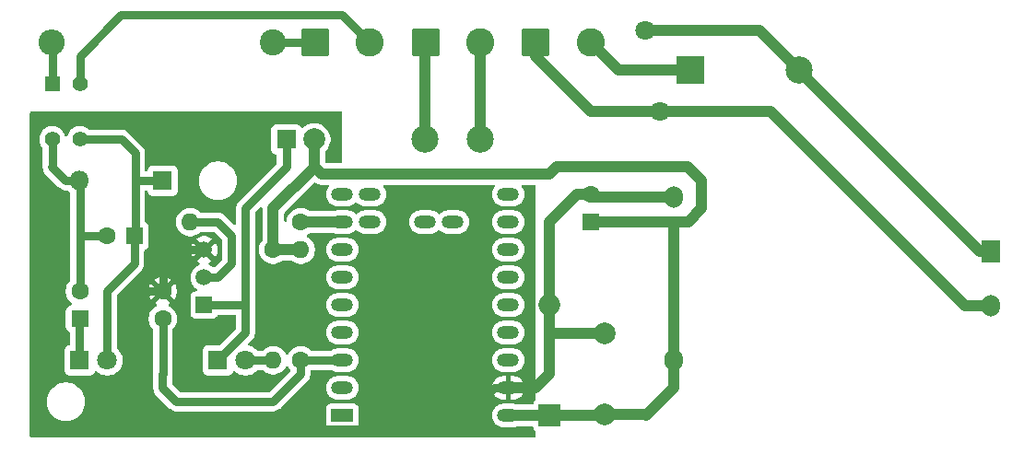
<source format=gbr>
%TF.GenerationSoftware,KiCad,Pcbnew,9.0.0*%
%TF.CreationDate,2025-03-10T22:05:16+01:00*%
%TF.ProjectId,BigBrother_Telerupteur,42696742-726f-4746-9865-725f54656c65,rev?*%
%TF.SameCoordinates,Original*%
%TF.FileFunction,Copper,L1,Top*%
%TF.FilePolarity,Positive*%
%FSLAX46Y46*%
G04 Gerber Fmt 4.6, Leading zero omitted, Abs format (unit mm)*
G04 Created by KiCad (PCBNEW 9.0.0) date 2025-03-10 22:05:16*
%MOMM*%
%LPD*%
G01*
G04 APERTURE LIST*
G04 Aperture macros list*
%AMRoundRect*
0 Rectangle with rounded corners*
0 $1 Rounding radius*
0 $2 $3 $4 $5 $6 $7 $8 $9 X,Y pos of 4 corners*
0 Add a 4 corners polygon primitive as box body*
4,1,4,$2,$3,$4,$5,$6,$7,$8,$9,$2,$3,0*
0 Add four circle primitives for the rounded corners*
1,1,$1+$1,$2,$3*
1,1,$1+$1,$4,$5*
1,1,$1+$1,$6,$7*
1,1,$1+$1,$8,$9*
0 Add four rect primitives between the rounded corners*
20,1,$1+$1,$2,$3,$4,$5,0*
20,1,$1+$1,$4,$5,$6,$7,0*
20,1,$1+$1,$6,$7,$8,$9,0*
20,1,$1+$1,$8,$9,$2,$3,0*%
G04 Aperture macros list end*
%TA.AperFunction,ComponentPad*%
%ADD10R,1.700000X2.000000*%
%TD*%
%TA.AperFunction,ComponentPad*%
%ADD11O,1.700000X2.000000*%
%TD*%
%TA.AperFunction,ComponentPad*%
%ADD12R,2.500000X2.500000*%
%TD*%
%TA.AperFunction,ComponentPad*%
%ADD13C,2.500000*%
%TD*%
%TA.AperFunction,ComponentPad*%
%ADD14C,1.600000*%
%TD*%
%TA.AperFunction,ComponentPad*%
%ADD15O,1.600000X1.600000*%
%TD*%
%TA.AperFunction,ComponentPad*%
%ADD16RoundRect,0.250000X-1.050000X-1.050000X1.050000X-1.050000X1.050000X1.050000X-1.050000X1.050000X0*%
%TD*%
%TA.AperFunction,ComponentPad*%
%ADD17C,2.600000*%
%TD*%
%TA.AperFunction,ComponentPad*%
%ADD18R,1.800000X1.800000*%
%TD*%
%TA.AperFunction,ComponentPad*%
%ADD19O,1.800000X1.800000*%
%TD*%
%TA.AperFunction,ComponentPad*%
%ADD20R,1.400000X1.400000*%
%TD*%
%TA.AperFunction,ComponentPad*%
%ADD21C,1.400000*%
%TD*%
%TA.AperFunction,ComponentPad*%
%ADD22O,2.000000X1.200000*%
%TD*%
%TA.AperFunction,ComponentPad*%
%ADD23R,2.000000X1.200000*%
%TD*%
%TA.AperFunction,ComponentPad*%
%ADD24R,1.600000X1.600000*%
%TD*%
%TA.AperFunction,ComponentPad*%
%ADD25R,1.500000X1.500000*%
%TD*%
%TA.AperFunction,ComponentPad*%
%ADD26C,1.500000*%
%TD*%
%TA.AperFunction,ComponentPad*%
%ADD27C,1.800000*%
%TD*%
%TA.AperFunction,ComponentPad*%
%ADD28RoundRect,0.250000X-0.550000X-0.550000X0.550000X-0.550000X0.550000X0.550000X-0.550000X0.550000X0*%
%TD*%
%TA.AperFunction,ComponentPad*%
%ADD29R,2.000000X2.000000*%
%TD*%
%TA.AperFunction,ComponentPad*%
%ADD30O,2.000000X2.000000*%
%TD*%
%TA.AperFunction,ComponentPad*%
%ADD31R,1.778000X1.778000*%
%TD*%
%TA.AperFunction,ComponentPad*%
%ADD32C,2.000000*%
%TD*%
%TA.AperFunction,ComponentPad*%
%ADD33C,2.400000*%
%TD*%
%TA.AperFunction,ComponentPad*%
%ADD34O,2.400000X2.400000*%
%TD*%
%TA.AperFunction,Conductor*%
%ADD35C,0.750000*%
%TD*%
%TA.AperFunction,Conductor*%
%ADD36C,1.000000*%
%TD*%
G04 APERTURE END LIST*
D10*
%TO.P,PS1,1,AC/L*%
%TO.N,Net-(PS1-AC{slash}L)*%
X242440000Y-96680000D03*
D11*
%TO.P,PS1,2,AC/N*%
%TO.N,/N*%
X242440000Y-101680000D03*
%TO.P,PS1,3,-Vout*%
%TO.N,GND*%
X213360000Y-91680000D03*
%TO.P,PS1,4,+Vout*%
%TO.N,+5V*%
X213360000Y-106680000D03*
%TD*%
D12*
%TO.P,F1,1*%
%TO.N,/P*%
X214870000Y-80010000D03*
D13*
%TO.P,F1,2*%
%TO.N,Net-(PS1-AC{slash}L)*%
X224870000Y-80010000D03*
%TD*%
D14*
%TO.P,R2,1*%
%TO.N,Signal_Sortie*%
X179070000Y-93980000D03*
D15*
%TO.P,R2,2*%
%TO.N,Net-(Q1-B)*%
X168910000Y-93980000D03*
%TD*%
D16*
%TO.P,J3,1,Pin_1*%
%TO.N,/N_L*%
X190540000Y-77470000D03*
D17*
%TO.P,J3,2,Pin_2*%
%TO.N,/S_L*%
X195540000Y-77470000D03*
%TD*%
D18*
%TO.P,D2,1,K*%
%TO.N,Net-(D1-+)*%
X166370000Y-90170000D03*
D19*
%TO.P,D2,2,A*%
%TO.N,Net-(D1--)*%
X158750000Y-90170000D03*
%TD*%
D16*
%TO.P,J2,1,Pin_1*%
%TO.N,/N*%
X200660000Y-77470000D03*
D17*
%TO.P,J2,2,Pin_2*%
%TO.N,/P*%
X205660000Y-77470000D03*
%TD*%
D20*
%TO.P,D1,1*%
%TO.N,Net-(D1-Pad1)*%
X156230000Y-81280000D03*
D21*
%TO.P,D1,2*%
%TO.N,/N_A*%
X158770000Y-81280000D03*
%TO.P,D1,3,+*%
%TO.N,Net-(D1-+)*%
X158770000Y-86360000D03*
%TO.P,D1,4,-*%
%TO.N,Net-(D1--)*%
X156230000Y-86360000D03*
%TD*%
D16*
%TO.P,J1,1,Pin_1*%
%TO.N,/L_A*%
X180420000Y-77470000D03*
D17*
%TO.P,J1,2,Pin_2*%
%TO.N,/N_A*%
X185420000Y-77470000D03*
%TD*%
D22*
%TO.P,U1,0,GPIO0/FSPIQ*%
%TO.N,Signal_Entr\u00E9e*%
X182880000Y-106680000D03*
%TO.P,U1,1,GPIO1/FSPICS0/ADC1_CH0*%
%TO.N,unconnected-(U1-GPIO1{slash}FSPICS0{slash}ADC1_CH0-Pad1)*%
X182880000Y-104140000D03*
%TO.P,U1,2,GPIO2/FSPIWP/ADC1_CH1/MTMS*%
%TO.N,unconnected-(U1-GPIO2{slash}FSPIWP{slash}ADC1_CH1{slash}MTMS-Pad2)*%
X182880000Y-101600000D03*
%TO.P,U1,3,GPIO3/FSPIHD/ADC1_CH2/MTDO*%
%TO.N,unconnected-(U1-GPIO3{slash}FSPIHD{slash}ADC1_CH2{slash}MTDO-Pad3)*%
X182880000Y-99060000D03*
%TO.P,U1,3V3,3V3*%
%TO.N,unconnected-(U1-Pad3V3)*%
X198120000Y-106680000D03*
%TO.P,U1,4,GPIO4/FSPICLK/ADC1_CH3/MTCK*%
%TO.N,unconnected-(U1-GPIO4{slash}FSPICLK{slash}ADC1_CH3{slash}MTCK-Pad4)*%
X182880000Y-96520000D03*
%TO.P,U1,5,GPIO5/FSPID/ADC1_CH4/MTDI*%
%TO.N,Signal_Sortie*%
X182880000Y-93980000D03*
%TO.P,U1,5V,VBAT*%
%TO.N,+5V*%
X198120000Y-111760000D03*
%TO.P,U1,8,GPIO8*%
%TO.N,unconnected-(U1-GPIO8-Pad8)*%
X182880000Y-91440000D03*
%TO.P,U1,9,GPIO9*%
%TO.N,unconnected-(U1-GPIO9-Pad9)*%
X198120000Y-91440000D03*
%TO.P,U1,10,GPIO10/ZCD0*%
%TO.N,unconnected-(U1-GPIO10{slash}ZCD0-Pad10)*%
X198120000Y-93980000D03*
%TO.P,U1,11,GPIO11/ZCD1*%
%TO.N,unconnected-(U1-GPIO11{slash}ZCD1-Pad11)*%
X198120000Y-96520000D03*
%TO.P,U1,12,GPIO12*%
%TO.N,unconnected-(U1-GPIO12-Pad12)*%
X198120000Y-99060000D03*
%TO.P,U1,13,GPIO13/XTAL_32K_P*%
%TO.N,unconnected-(U1-GPIO13{slash}XTAL_32K_P-Pad13)*%
X198120000Y-101600000D03*
%TO.P,U1,14,GPIO14/XTAL_32K_N*%
%TO.N,unconnected-(U1-GPIO14{slash}XTAL_32K_N-Pad14)*%
X198120000Y-104140000D03*
%TO.P,U1,22,GPIO22*%
%TO.N,unconnected-(U1-GPIO22-Pad22)*%
X193040000Y-93980000D03*
%TO.P,U1,25,GPIO25/FSPICS3*%
%TO.N,unconnected-(U1-GPIO25{slash}FSPICS3-Pad25)*%
X190500000Y-93980000D03*
%TO.P,U1,26,GPIO26/FSPICS4/USB_D-*%
%TO.N,unconnected-(U1-GPIO26{slash}FSPICS4{slash}USB_D--Pad26)*%
X185420000Y-93980000D03*
%TO.P,U1,27,GPIO27/FSPICS5/USB_D+*%
%TO.N,unconnected-(U1-GPIO27{slash}FSPICS5{slash}USB_D+-Pad27)*%
X185420000Y-91440000D03*
%TO.P,U1,GND,GND*%
%TO.N,GND*%
X198120000Y-109220000D03*
%TO.P,U1,RX,GPIO23/FSPICS1/U0RXD*%
%TO.N,unconnected-(U1-GPIO23{slash}FSPICS1{slash}U0RXD-PadRX)*%
X182880000Y-109220000D03*
D23*
%TO.P,U1,TX,GPIO24/FSPICS2/U0TXD*%
%TO.N,unconnected-(U1-GPIO24{slash}FSPICS2{slash}U0TXD-PadTX)*%
X182880000Y-111760000D03*
%TD*%
D14*
%TO.P,R4,1*%
%TO.N,Signal_Entr\u00E9e*%
X179070000Y-106680000D03*
D15*
%TO.P,R4,2*%
%TO.N,+5V*%
X179070000Y-96520000D03*
%TD*%
D24*
%TO.P,C2,1*%
%TO.N,+5V*%
X205740000Y-93940000D03*
D14*
%TO.P,C2,2*%
%TO.N,GND*%
X205740000Y-91440000D03*
%TD*%
%TO.P,R3,1*%
%TO.N,+5V*%
X176530000Y-96520000D03*
D15*
%TO.P,R3,2*%
%TO.N,Net-(D3-A)*%
X176530000Y-106680000D03*
%TD*%
D25*
%TO.P,Q1,1,C*%
%TO.N,Net-(D3-K)*%
X170180000Y-101600000D03*
D26*
%TO.P,Q1,2,B*%
%TO.N,Net-(Q1-B)*%
X170180000Y-99060000D03*
%TO.P,Q1,3,E*%
%TO.N,GND*%
X170180000Y-96520000D03*
%TD*%
D24*
%TO.P,C1,1*%
%TO.N,Net-(D1-+)*%
X163790000Y-95250000D03*
D14*
%TO.P,C1,2*%
%TO.N,Net-(D1--)*%
X161290000Y-95250000D03*
%TD*%
D18*
%TO.P,D3,1,K*%
%TO.N,Net-(D3-K)*%
X171450000Y-106680000D03*
D27*
%TO.P,D3,2,A*%
%TO.N,Net-(D3-A)*%
X173990000Y-106680000D03*
%TD*%
D28*
%TO.P,U2,1*%
%TO.N,Net-(D4-K)*%
X158755000Y-102875000D03*
D14*
%TO.P,U2,2*%
%TO.N,Net-(D1--)*%
X158755000Y-100335000D03*
%TO.P,U2,3*%
%TO.N,GND*%
X166375000Y-100335000D03*
%TO.P,U2,4*%
%TO.N,Signal_Entr\u00E9e*%
X166375000Y-102875000D03*
%TD*%
D29*
%TO.P,D5,1,K*%
%TO.N,+5V*%
X201930000Y-111760000D03*
D30*
%TO.P,D5,2,A*%
%TO.N,GND*%
X201930000Y-101600000D03*
%TD*%
D18*
%TO.P,D4,1,K*%
%TO.N,Net-(D4-K)*%
X158750000Y-106680000D03*
D27*
%TO.P,D4,2,A*%
%TO.N,Net-(D1-+)*%
X161290000Y-106680000D03*
%TD*%
D31*
%TO.P,K1,1*%
%TO.N,Net-(D3-K)*%
X177746300Y-86360000D03*
D32*
%TO.P,K1,2*%
%TO.N,+5V*%
X180286300Y-86360000D03*
D13*
%TO.P,K1,3*%
%TO.N,/N_L*%
X190446300Y-86360000D03*
%TO.P,K1,4*%
%TO.N,/S_L*%
X195526300Y-86360000D03*
%TD*%
D27*
%TO.P,RV1,1*%
%TO.N,/N*%
X212090000Y-83820000D03*
%TO.P,RV1,2*%
%TO.N,Net-(PS1-AC{slash}L)*%
X210690000Y-76320000D03*
%TD*%
D32*
%TO.P,C3,1*%
%TO.N,+5V*%
X207010000Y-111695000D03*
%TO.P,C3,2*%
%TO.N,GND*%
X207010000Y-104195000D03*
%TD*%
D33*
%TO.P,R1,1*%
%TO.N,/L_A*%
X176530000Y-77470000D03*
D34*
%TO.P,R1,2*%
%TO.N,Net-(D1-Pad1)*%
X156210000Y-77470000D03*
%TD*%
D35*
%TO.N,Net-(D1-+)*%
X163850000Y-87630000D02*
X163850000Y-90170000D01*
X162580000Y-86360000D02*
X163850000Y-87630000D01*
X163850000Y-95190000D02*
X163790000Y-95250000D01*
X166370000Y-90170000D02*
X163850000Y-90170000D01*
X163790000Y-95250000D02*
X163790000Y-97790000D01*
X163850000Y-90170000D02*
X163850000Y-95190000D01*
X161290000Y-106680000D02*
X161290000Y-100290000D01*
X158770000Y-86360000D02*
X162580000Y-86360000D01*
X161290000Y-100290000D02*
X163790000Y-97790000D01*
%TO.N,Net-(D1--)*%
X156230000Y-88880000D02*
X156230000Y-86360000D01*
X158755000Y-100335000D02*
X158755000Y-95250000D01*
X157480000Y-90170000D02*
X156210000Y-88900000D01*
X158755000Y-95250000D02*
X158755000Y-90175000D01*
X158755000Y-90175000D02*
X158750000Y-90170000D01*
X156210000Y-88900000D02*
X156230000Y-88880000D01*
X158750000Y-90170000D02*
X157480000Y-90170000D01*
X161290000Y-95250000D02*
X158755000Y-95250000D01*
D36*
%TO.N,+5V*%
X213360000Y-106680000D02*
X213360000Y-93940000D01*
X210820000Y-111760000D02*
X210755000Y-111695000D01*
X213360000Y-109220000D02*
X210820000Y-111760000D01*
X201930000Y-89535000D02*
X180975000Y-89535000D01*
X213360000Y-93940000D02*
X214670000Y-93940000D01*
X206945000Y-111760000D02*
X207010000Y-111695000D01*
X213360000Y-106680000D02*
X213360000Y-109220000D01*
X202565000Y-88900000D02*
X201930000Y-89535000D01*
X176530000Y-96520000D02*
X179070000Y-96520000D01*
X214670000Y-93940000D02*
X215900000Y-92710000D01*
X180975000Y-89535000D02*
X180286300Y-88846300D01*
X215900000Y-90170000D02*
X214630000Y-88900000D01*
X201930000Y-111760000D02*
X206945000Y-111760000D01*
X205740000Y-93940000D02*
X210780000Y-93940000D01*
X180286300Y-88953700D02*
X180286300Y-88846300D01*
X215900000Y-92710000D02*
X215900000Y-90170000D01*
X176530000Y-96520000D02*
X176530000Y-92710000D01*
X176530000Y-92710000D02*
X180286300Y-88953700D01*
X214630000Y-88900000D02*
X202565000Y-88900000D01*
X210780000Y-93940000D02*
X213360000Y-93940000D01*
X198120000Y-111760000D02*
X198089000Y-111791000D01*
X180286300Y-88846300D02*
X180286300Y-86360000D01*
X198120000Y-111760000D02*
X201930000Y-111760000D01*
X210755000Y-111695000D02*
X207010000Y-111695000D01*
D35*
%TO.N,GND*%
X166375000Y-100335000D02*
X165105000Y-100335000D01*
X166375000Y-97795000D02*
X166370000Y-97790000D01*
X166370000Y-97790000D02*
X167640000Y-96520000D01*
D36*
X201930000Y-93980000D02*
X201930000Y-101600000D01*
D35*
X167640000Y-96520000D02*
X170180000Y-96520000D01*
X166375000Y-100335000D02*
X166375000Y-97795000D01*
X165105000Y-100335000D02*
X165100000Y-100330000D01*
D36*
X201930000Y-107950000D02*
X201930000Y-104250000D01*
X207010000Y-104195000D02*
X201985000Y-104195000D01*
X205980000Y-91680000D02*
X205740000Y-91440000D01*
X204470000Y-91440000D02*
X201930000Y-93980000D01*
X201985000Y-104195000D02*
X201930000Y-104140000D01*
X201930000Y-104250000D02*
X201985000Y-104195000D01*
D35*
X163830000Y-109220000D02*
X167640000Y-113030000D01*
D36*
X198120000Y-109220000D02*
X200660000Y-109220000D01*
D35*
X163830000Y-101600000D02*
X163830000Y-109220000D01*
X193040000Y-113030000D02*
X196850000Y-109220000D01*
X165100000Y-100330000D02*
X163830000Y-101600000D01*
X167640000Y-113030000D02*
X193040000Y-113030000D01*
D36*
X213360000Y-91680000D02*
X205980000Y-91680000D01*
D35*
X196850000Y-109220000D02*
X198120000Y-109220000D01*
D36*
X205740000Y-91440000D02*
X204470000Y-91440000D01*
X200660000Y-109220000D02*
X201930000Y-107950000D01*
X201930000Y-104140000D02*
X201930000Y-101600000D01*
%TO.N,/N*%
X212090000Y-83820000D02*
X205740000Y-83820000D01*
X200660000Y-78740000D02*
X200660000Y-77470000D01*
X212090000Y-83820000D02*
X222250000Y-83820000D01*
X222250000Y-83820000D02*
X240110000Y-101680000D01*
X240110000Y-101680000D02*
X242440000Y-101680000D01*
X205740000Y-83820000D02*
X200660000Y-78740000D01*
D35*
%TO.N,Net-(D1-Pad1)*%
X156230000Y-77490000D02*
X156210000Y-77470000D01*
X156230000Y-81280000D02*
X156230000Y-77490000D01*
%TO.N,Net-(D3-K)*%
X173990000Y-104140000D02*
X171450000Y-106680000D01*
X177746300Y-88846300D02*
X177800000Y-88900000D01*
X173990000Y-92710000D02*
X173990000Y-101600000D01*
X170180000Y-101600000D02*
X173990000Y-101600000D01*
X177800000Y-88900000D02*
X173990000Y-92710000D01*
X173990000Y-101600000D02*
X173990000Y-104140000D01*
X177746300Y-86360000D02*
X177746300Y-88846300D01*
%TO.N,Net-(D3-A)*%
X176530000Y-106680000D02*
X173990000Y-106680000D01*
%TO.N,Net-(D4-K)*%
X158750000Y-102880000D02*
X158755000Y-102875000D01*
X158750000Y-106680000D02*
X158750000Y-102880000D01*
D36*
%TO.N,/P*%
X208280000Y-80010000D02*
X214870000Y-80010000D01*
X205660000Y-77470000D02*
X205740000Y-77470000D01*
X205740000Y-77470000D02*
X208280000Y-80010000D01*
%TO.N,Net-(PS1-AC{slash}L)*%
X224870000Y-80090000D02*
X241460000Y-96680000D01*
X221180000Y-76320000D02*
X224870000Y-80010000D01*
X241460000Y-96680000D02*
X242440000Y-96680000D01*
X224870000Y-80010000D02*
X224870000Y-80090000D01*
X210690000Y-76320000D02*
X221180000Y-76320000D01*
D35*
%TO.N,/N_A*%
X158770000Y-78720000D02*
X162560000Y-74930000D01*
X182880000Y-74930000D02*
X185420000Y-77470000D01*
X162560000Y-74930000D02*
X182880000Y-74930000D01*
X158770000Y-81280000D02*
X158770000Y-78720000D01*
%TO.N,/L_A*%
X180420000Y-77470000D02*
X176530000Y-77470000D01*
%TO.N,Net-(Q1-B)*%
X171450000Y-93980000D02*
X172720000Y-95250000D01*
X171450000Y-99060000D02*
X170180000Y-99060000D01*
X168910000Y-93980000D02*
X171450000Y-93980000D01*
X172720000Y-97790000D02*
X171450000Y-99060000D01*
X172720000Y-95250000D02*
X172720000Y-97790000D01*
D36*
%TO.N,Signal_Sortie*%
X179070000Y-93980000D02*
X182880000Y-93980000D01*
D35*
%TO.N,Signal_Entr\u00E9e*%
X166370000Y-109220000D02*
X166370000Y-107950000D01*
X166370000Y-109220000D02*
X166375000Y-109215000D01*
X167640000Y-110490000D02*
X166370000Y-109220000D01*
X166370000Y-107950000D02*
X166375000Y-107945000D01*
X179070000Y-107950000D02*
X176530000Y-110490000D01*
X179070000Y-106680000D02*
X179070000Y-107950000D01*
X176530000Y-110490000D02*
X167640000Y-110490000D01*
X182880000Y-106680000D02*
X179070000Y-106680000D01*
X166375000Y-107945000D02*
X166375000Y-102875000D01*
D36*
%TO.N,/S_L*%
X195540000Y-86346300D02*
X195526300Y-86360000D01*
X195540000Y-77470000D02*
X195540000Y-86346300D01*
%TO.N,/N_L*%
X190446300Y-77563700D02*
X190540000Y-77470000D01*
X190446300Y-86360000D02*
X190446300Y-77563700D01*
%TD*%
%TA.AperFunction,Conductor*%
%TO.N,GND*%
G36*
X182823039Y-83839685D02*
G01*
X182868794Y-83892489D01*
X182880000Y-83944000D01*
X182880000Y-88410500D01*
X182860315Y-88477539D01*
X182807511Y-88523294D01*
X182756000Y-88534500D01*
X181440782Y-88534500D01*
X181411341Y-88525855D01*
X181381355Y-88519332D01*
X181376339Y-88515577D01*
X181373743Y-88514815D01*
X181353101Y-88498181D01*
X181323119Y-88468199D01*
X181289634Y-88406876D01*
X181286800Y-88380518D01*
X181286800Y-87532889D01*
X181306485Y-87465850D01*
X181323119Y-87445208D01*
X181430817Y-87337510D01*
X181569643Y-87146433D01*
X181676868Y-86935992D01*
X181749853Y-86711368D01*
X181760916Y-86641521D01*
X181786800Y-86478097D01*
X181786800Y-86241902D01*
X181749853Y-86008631D01*
X181680801Y-85796113D01*
X181676868Y-85784008D01*
X181676866Y-85784005D01*
X181676866Y-85784003D01*
X181595153Y-85623634D01*
X181569643Y-85573567D01*
X181430817Y-85382490D01*
X181263810Y-85215483D01*
X181072733Y-85076657D01*
X180862296Y-84969433D01*
X180637668Y-84896446D01*
X180404397Y-84859500D01*
X180404392Y-84859500D01*
X180168208Y-84859500D01*
X180168203Y-84859500D01*
X179934931Y-84896446D01*
X179710303Y-84969433D01*
X179499866Y-85076657D01*
X179449223Y-85113452D01*
X179308790Y-85215483D01*
X179308788Y-85215485D01*
X179308786Y-85215486D01*
X179272691Y-85251581D01*
X179211368Y-85285066D01*
X179141676Y-85280080D01*
X179085743Y-85238208D01*
X179082740Y-85233535D01*
X178992847Y-85113455D01*
X178992844Y-85113452D01*
X178877635Y-85027206D01*
X178877628Y-85027202D01*
X178742782Y-84976908D01*
X178742783Y-84976908D01*
X178683183Y-84970501D01*
X178683181Y-84970500D01*
X178683173Y-84970500D01*
X178683164Y-84970500D01*
X176809429Y-84970500D01*
X176809423Y-84970501D01*
X176749816Y-84976908D01*
X176614971Y-85027202D01*
X176614964Y-85027206D01*
X176499755Y-85113452D01*
X176499752Y-85113455D01*
X176413506Y-85228664D01*
X176413502Y-85228671D01*
X176363208Y-85363517D01*
X176356801Y-85423116D01*
X176356800Y-85423135D01*
X176356800Y-87296870D01*
X176356801Y-87296876D01*
X176363208Y-87356483D01*
X176413502Y-87491328D01*
X176413506Y-87491335D01*
X176499752Y-87606544D01*
X176499755Y-87606547D01*
X176614964Y-87692793D01*
X176614971Y-87692797D01*
X176749817Y-87743091D01*
X176749816Y-87743091D01*
X176760055Y-87744192D01*
X176824607Y-87770930D01*
X176864455Y-87828322D01*
X176870800Y-87867481D01*
X176870800Y-88539694D01*
X176851115Y-88606733D01*
X176834481Y-88627375D01*
X173431901Y-92029955D01*
X173370927Y-92090929D01*
X173309953Y-92151902D01*
X173214145Y-92295288D01*
X173214138Y-92295301D01*
X173148146Y-92454621D01*
X173148143Y-92454633D01*
X173114500Y-92623766D01*
X173114500Y-94106993D01*
X173094815Y-94174032D01*
X173042011Y-94219787D01*
X172972853Y-94229731D01*
X172909297Y-94200706D01*
X172902819Y-94194674D01*
X172008102Y-93299957D01*
X172008098Y-93299954D01*
X171864711Y-93204145D01*
X171864698Y-93204138D01*
X171705378Y-93138146D01*
X171705366Y-93138143D01*
X171536232Y-93104500D01*
X171536229Y-93104500D01*
X169925047Y-93104500D01*
X169858008Y-93084815D01*
X169837366Y-93068181D01*
X169757213Y-92988028D01*
X169591613Y-92867715D01*
X169591612Y-92867714D01*
X169591610Y-92867713D01*
X169534653Y-92838691D01*
X169409223Y-92774781D01*
X169214534Y-92711522D01*
X169039995Y-92683878D01*
X169012352Y-92679500D01*
X168807648Y-92679500D01*
X168783329Y-92683351D01*
X168605465Y-92711522D01*
X168410776Y-92774781D01*
X168228386Y-92867715D01*
X168062786Y-92988028D01*
X167918028Y-93132786D01*
X167797715Y-93298386D01*
X167704781Y-93480776D01*
X167641522Y-93675465D01*
X167609500Y-93877648D01*
X167609500Y-94082351D01*
X167641522Y-94284534D01*
X167704781Y-94479223D01*
X167744303Y-94556788D01*
X167794258Y-94654830D01*
X167797715Y-94661613D01*
X167918028Y-94827213D01*
X168062786Y-94971971D01*
X168212166Y-95080500D01*
X168228390Y-95092287D01*
X168321080Y-95139515D01*
X168410776Y-95185218D01*
X168410778Y-95185218D01*
X168410781Y-95185220D01*
X168515137Y-95219127D01*
X168605465Y-95248477D01*
X168624697Y-95251523D01*
X168807648Y-95280500D01*
X168807649Y-95280500D01*
X169012351Y-95280500D01*
X169012352Y-95280500D01*
X169214534Y-95248477D01*
X169409219Y-95185220D01*
X169591610Y-95092287D01*
X169726870Y-94994016D01*
X169757213Y-94971971D01*
X169757215Y-94971968D01*
X169757219Y-94971966D01*
X169837366Y-94891819D01*
X169898689Y-94858334D01*
X169925047Y-94855500D01*
X171035994Y-94855500D01*
X171103033Y-94875185D01*
X171123675Y-94891819D01*
X171808181Y-95576325D01*
X171841666Y-95637648D01*
X171844500Y-95664006D01*
X171844500Y-97375994D01*
X171824815Y-97443033D01*
X171808181Y-97463675D01*
X171167846Y-98104010D01*
X171106523Y-98137495D01*
X171036831Y-98132511D01*
X170999208Y-98108331D01*
X170998350Y-98109336D01*
X170994653Y-98106179D01*
X170994646Y-98106172D01*
X170835405Y-97990476D01*
X170660025Y-97901116D01*
X170660024Y-97901115D01*
X170658235Y-97900204D01*
X170607439Y-97852230D01*
X170590644Y-97784409D01*
X170613181Y-97718274D01*
X170658236Y-97679234D01*
X170835141Y-97589097D01*
X170870125Y-97563678D01*
X170870126Y-97563678D01*
X170226448Y-96920000D01*
X170232661Y-96920000D01*
X170334394Y-96892741D01*
X170425606Y-96840080D01*
X170500080Y-96765606D01*
X170552741Y-96674394D01*
X170580000Y-96572661D01*
X170580000Y-96566447D01*
X171223678Y-97210126D01*
X171223678Y-97210125D01*
X171249095Y-97175143D01*
X171338418Y-96999835D01*
X171399221Y-96812705D01*
X171430000Y-96618382D01*
X171430000Y-96421617D01*
X171399221Y-96227294D01*
X171338418Y-96040164D01*
X171249096Y-95864858D01*
X171223678Y-95829873D01*
X171223677Y-95829873D01*
X170580000Y-96473551D01*
X170580000Y-96467339D01*
X170552741Y-96365606D01*
X170500080Y-96274394D01*
X170425606Y-96199920D01*
X170334394Y-96147259D01*
X170232661Y-96120000D01*
X170226447Y-96120000D01*
X170870125Y-95476320D01*
X170870125Y-95476319D01*
X170835145Y-95450905D01*
X170659835Y-95361581D01*
X170472705Y-95300778D01*
X170278382Y-95270000D01*
X170081618Y-95270000D01*
X169887294Y-95300778D01*
X169700161Y-95361582D01*
X169524863Y-95450899D01*
X169524859Y-95450902D01*
X169489873Y-95476320D01*
X169489872Y-95476320D01*
X170133554Y-96120000D01*
X170127339Y-96120000D01*
X170025606Y-96147259D01*
X169934394Y-96199920D01*
X169859920Y-96274394D01*
X169807259Y-96365606D01*
X169780000Y-96467339D01*
X169780000Y-96473552D01*
X169136320Y-95829872D01*
X169136320Y-95829873D01*
X169110902Y-95864859D01*
X169110899Y-95864863D01*
X169021582Y-96040161D01*
X168960778Y-96227294D01*
X168930000Y-96421617D01*
X168930000Y-96618382D01*
X168960778Y-96812705D01*
X169021581Y-96999835D01*
X169110905Y-97175145D01*
X169136319Y-97210125D01*
X169136320Y-97210125D01*
X169780000Y-96566445D01*
X169780000Y-96572661D01*
X169807259Y-96674394D01*
X169859920Y-96765606D01*
X169934394Y-96840080D01*
X170025606Y-96892741D01*
X170127339Y-96920000D01*
X170133553Y-96920000D01*
X169489873Y-97563677D01*
X169489873Y-97563678D01*
X169524858Y-97589096D01*
X169701764Y-97679234D01*
X169752560Y-97727209D01*
X169769355Y-97795030D01*
X169746818Y-97861164D01*
X169701764Y-97900204D01*
X169524594Y-97990476D01*
X169456255Y-98040128D01*
X169365354Y-98106172D01*
X169365352Y-98106174D01*
X169365351Y-98106174D01*
X169226174Y-98245351D01*
X169226174Y-98245352D01*
X169226172Y-98245354D01*
X169176485Y-98313741D01*
X169110476Y-98404594D01*
X169021117Y-98579970D01*
X168960290Y-98767173D01*
X168929500Y-98961577D01*
X168929500Y-99158422D01*
X168960290Y-99352826D01*
X169021117Y-99540029D01*
X169078876Y-99653386D01*
X169110476Y-99715405D01*
X169226172Y-99874646D01*
X169365354Y-100013828D01*
X169518621Y-100125184D01*
X169561285Y-100180512D01*
X169567264Y-100250125D01*
X169534658Y-100311920D01*
X169473819Y-100346278D01*
X169445736Y-100349500D01*
X169382130Y-100349500D01*
X169382123Y-100349501D01*
X169322516Y-100355908D01*
X169187671Y-100406202D01*
X169187664Y-100406206D01*
X169072455Y-100492452D01*
X169072452Y-100492455D01*
X168986206Y-100607664D01*
X168986202Y-100607671D01*
X168935908Y-100742517D01*
X168929501Y-100802116D01*
X168929500Y-100802135D01*
X168929500Y-102397870D01*
X168929501Y-102397876D01*
X168935908Y-102457483D01*
X168986202Y-102592328D01*
X168986206Y-102592335D01*
X169072452Y-102707544D01*
X169072455Y-102707547D01*
X169187664Y-102793793D01*
X169187671Y-102793797D01*
X169322517Y-102844091D01*
X169322516Y-102844091D01*
X169329444Y-102844835D01*
X169382127Y-102850500D01*
X170977872Y-102850499D01*
X171037483Y-102844091D01*
X171172331Y-102793796D01*
X171287546Y-102707546D01*
X171373796Y-102592331D01*
X171381951Y-102570466D01*
X171387285Y-102556166D01*
X171429157Y-102500233D01*
X171494621Y-102475816D01*
X171503467Y-102475500D01*
X172990500Y-102475500D01*
X173057539Y-102495185D01*
X173103294Y-102547989D01*
X173114500Y-102599500D01*
X173114500Y-103725993D01*
X173094815Y-103793032D01*
X173078181Y-103813674D01*
X171648673Y-105243181D01*
X171587350Y-105276666D01*
X171560992Y-105279500D01*
X170502129Y-105279500D01*
X170502123Y-105279501D01*
X170442516Y-105285908D01*
X170307671Y-105336202D01*
X170307664Y-105336206D01*
X170192455Y-105422452D01*
X170192452Y-105422455D01*
X170106206Y-105537664D01*
X170106202Y-105537671D01*
X170055908Y-105672517D01*
X170049501Y-105732116D01*
X170049500Y-105732135D01*
X170049500Y-107627870D01*
X170049501Y-107627876D01*
X170055908Y-107687483D01*
X170106202Y-107822328D01*
X170106206Y-107822335D01*
X170192452Y-107937544D01*
X170192455Y-107937547D01*
X170307664Y-108023793D01*
X170307671Y-108023797D01*
X170442517Y-108074091D01*
X170442516Y-108074091D01*
X170449444Y-108074835D01*
X170502127Y-108080500D01*
X172397872Y-108080499D01*
X172457483Y-108074091D01*
X172592331Y-108023796D01*
X172707546Y-107937546D01*
X172793796Y-107822331D01*
X172821429Y-107748243D01*
X172823601Y-107742420D01*
X172865471Y-107686486D01*
X172930936Y-107662068D01*
X172999209Y-107676919D01*
X173027464Y-107698071D01*
X173077636Y-107748243D01*
X173077641Y-107748247D01*
X173218539Y-107850614D01*
X173255978Y-107877815D01*
X173384375Y-107943237D01*
X173452393Y-107977895D01*
X173452396Y-107977896D01*
X173557221Y-108011955D01*
X173662049Y-108046015D01*
X173879778Y-108080500D01*
X173879779Y-108080500D01*
X174100221Y-108080500D01*
X174100222Y-108080500D01*
X174317951Y-108046015D01*
X174527606Y-107977895D01*
X174724022Y-107877815D01*
X174902365Y-107748242D01*
X175058242Y-107592365D01*
X175058242Y-107592364D01*
X175058788Y-107591819D01*
X175120111Y-107558334D01*
X175146469Y-107555500D01*
X175514953Y-107555500D01*
X175581992Y-107575185D01*
X175602634Y-107591819D01*
X175682786Y-107671971D01*
X175832166Y-107780500D01*
X175848390Y-107792287D01*
X175915384Y-107826422D01*
X176030776Y-107885218D01*
X176030778Y-107885218D01*
X176030781Y-107885220D01*
X176135137Y-107919127D01*
X176225465Y-107948477D01*
X176326557Y-107964488D01*
X176427648Y-107980500D01*
X176427649Y-107980500D01*
X176632351Y-107980500D01*
X176632352Y-107980500D01*
X176834534Y-107948477D01*
X177029219Y-107885220D01*
X177211610Y-107792287D01*
X177304590Y-107724732D01*
X177377213Y-107671971D01*
X177377215Y-107671968D01*
X177377219Y-107671966D01*
X177521966Y-107527219D01*
X177521968Y-107527215D01*
X177521971Y-107527213D01*
X177642284Y-107361614D01*
X177642283Y-107361614D01*
X177642287Y-107361610D01*
X177689516Y-107268917D01*
X177737489Y-107218123D01*
X177805310Y-107201328D01*
X177871445Y-107223865D01*
X177910485Y-107268919D01*
X177957715Y-107361614D01*
X178078028Y-107527213D01*
X178078654Y-107527839D01*
X178078814Y-107528133D01*
X178081191Y-107530915D01*
X178080606Y-107531414D01*
X178112139Y-107589162D01*
X178107155Y-107658854D01*
X178078654Y-107703201D01*
X176203675Y-109578181D01*
X176142352Y-109611666D01*
X176115994Y-109614500D01*
X168054006Y-109614500D01*
X167986967Y-109594815D01*
X167966325Y-109578181D01*
X167281819Y-108893675D01*
X167248334Y-108832352D01*
X167245500Y-108805994D01*
X167245500Y-108068578D01*
X167247883Y-108044384D01*
X167249505Y-108036233D01*
X167250500Y-108031229D01*
X167250500Y-107858771D01*
X167250500Y-103890047D01*
X167270185Y-103823008D01*
X167286819Y-103802366D01*
X167311829Y-103777356D01*
X167366966Y-103722219D01*
X167366968Y-103722215D01*
X167366971Y-103722213D01*
X167471892Y-103577799D01*
X167487287Y-103556610D01*
X167580220Y-103374219D01*
X167643477Y-103179534D01*
X167675500Y-102977352D01*
X167675500Y-102772648D01*
X167659781Y-102673402D01*
X167643477Y-102570465D01*
X167606767Y-102457483D01*
X167580220Y-102375781D01*
X167580218Y-102375778D01*
X167580218Y-102375776D01*
X167528865Y-102274991D01*
X167487287Y-102193390D01*
X167471892Y-102172200D01*
X167366971Y-102027786D01*
X167222213Y-101883028D01*
X167056611Y-101762713D01*
X166963369Y-101715203D01*
X166912574Y-101667229D01*
X166895779Y-101599407D01*
X166918317Y-101533273D01*
X166963371Y-101494234D01*
X167056346Y-101446861D01*
X167056347Y-101446861D01*
X167100921Y-101414474D01*
X166421447Y-100735000D01*
X166427661Y-100735000D01*
X166529394Y-100707741D01*
X166620606Y-100655080D01*
X166695080Y-100580606D01*
X166747741Y-100489394D01*
X166775000Y-100387661D01*
X166775000Y-100381448D01*
X167454474Y-101060922D01*
X167454474Y-101060921D01*
X167486859Y-101016349D01*
X167579755Y-100834031D01*
X167642990Y-100639417D01*
X167675000Y-100437317D01*
X167675000Y-100232682D01*
X167642990Y-100030582D01*
X167579755Y-99835968D01*
X167486859Y-99653650D01*
X167454474Y-99609077D01*
X167454474Y-99609076D01*
X166775000Y-100288551D01*
X166775000Y-100282339D01*
X166747741Y-100180606D01*
X166695080Y-100089394D01*
X166620606Y-100014920D01*
X166529394Y-99962259D01*
X166427661Y-99935000D01*
X166421446Y-99935000D01*
X167100922Y-99255524D01*
X167100921Y-99255523D01*
X167056359Y-99223147D01*
X167056350Y-99223141D01*
X166874031Y-99130244D01*
X166679417Y-99067009D01*
X166477317Y-99035000D01*
X166272683Y-99035000D01*
X166070582Y-99067009D01*
X165875968Y-99130244D01*
X165693644Y-99223143D01*
X165649077Y-99255523D01*
X165649077Y-99255524D01*
X166328554Y-99935000D01*
X166322339Y-99935000D01*
X166220606Y-99962259D01*
X166129394Y-100014920D01*
X166054920Y-100089394D01*
X166002259Y-100180606D01*
X165975000Y-100282339D01*
X165975000Y-100288553D01*
X165295524Y-99609077D01*
X165295523Y-99609077D01*
X165263143Y-99653644D01*
X165170244Y-99835968D01*
X165107009Y-100030582D01*
X165075000Y-100232682D01*
X165075000Y-100437317D01*
X165107009Y-100639417D01*
X165170244Y-100834031D01*
X165263141Y-101016350D01*
X165263147Y-101016359D01*
X165295523Y-101060921D01*
X165295524Y-101060922D01*
X165975000Y-100381446D01*
X165975000Y-100387661D01*
X166002259Y-100489394D01*
X166054920Y-100580606D01*
X166129394Y-100655080D01*
X166220606Y-100707741D01*
X166322339Y-100735000D01*
X166328553Y-100735000D01*
X165649076Y-101414474D01*
X165693652Y-101446861D01*
X165786628Y-101494234D01*
X165837425Y-101542208D01*
X165854220Y-101610029D01*
X165831683Y-101676164D01*
X165786630Y-101715203D01*
X165693388Y-101762713D01*
X165527786Y-101883028D01*
X165383028Y-102027786D01*
X165262715Y-102193386D01*
X165169781Y-102375776D01*
X165106522Y-102570465D01*
X165074500Y-102772648D01*
X165074500Y-102977351D01*
X165106522Y-103179534D01*
X165169781Y-103374223D01*
X165262715Y-103556613D01*
X165383028Y-103722213D01*
X165463181Y-103802366D01*
X165496666Y-103863689D01*
X165499500Y-103890047D01*
X165499500Y-107826422D01*
X165497117Y-107850614D01*
X165494500Y-107863769D01*
X165494500Y-109306233D01*
X165528143Y-109475366D01*
X165528146Y-109475378D01*
X165594138Y-109634698D01*
X165594145Y-109634711D01*
X165689954Y-109778098D01*
X165689957Y-109778102D01*
X166959955Y-111048099D01*
X167023972Y-111112116D01*
X167081902Y-111170046D01*
X167225288Y-111265854D01*
X167225301Y-111265861D01*
X167384621Y-111331853D01*
X167384626Y-111331855D01*
X167553766Y-111365499D01*
X167553769Y-111365500D01*
X167553771Y-111365500D01*
X176616231Y-111365500D01*
X176616232Y-111365499D01*
X176785374Y-111331855D01*
X176944705Y-111265858D01*
X177088099Y-111170045D01*
X177146009Y-111112135D01*
X181379500Y-111112135D01*
X181379500Y-112407870D01*
X181379501Y-112407876D01*
X181385908Y-112467483D01*
X181436202Y-112602328D01*
X181436206Y-112602335D01*
X181522452Y-112717544D01*
X181522455Y-112717547D01*
X181637664Y-112803793D01*
X181637671Y-112803797D01*
X181772517Y-112854091D01*
X181772516Y-112854091D01*
X181779444Y-112854835D01*
X181832127Y-112860500D01*
X183927872Y-112860499D01*
X183987483Y-112854091D01*
X184122331Y-112803796D01*
X184237546Y-112717546D01*
X184323796Y-112602331D01*
X184374091Y-112467483D01*
X184380500Y-112407873D01*
X184380499Y-111112128D01*
X184374091Y-111052517D01*
X184372443Y-111048099D01*
X184323797Y-110917671D01*
X184323793Y-110917664D01*
X184237547Y-110802455D01*
X184237544Y-110802452D01*
X184122335Y-110716206D01*
X184122328Y-110716202D01*
X183987482Y-110665908D01*
X183987483Y-110665908D01*
X183927883Y-110659501D01*
X183927881Y-110659500D01*
X183927873Y-110659500D01*
X183927864Y-110659500D01*
X181832129Y-110659500D01*
X181832123Y-110659501D01*
X181772516Y-110665908D01*
X181637671Y-110716202D01*
X181637664Y-110716206D01*
X181522455Y-110802452D01*
X181522452Y-110802455D01*
X181436206Y-110917664D01*
X181436202Y-110917671D01*
X181385908Y-111052517D01*
X181379501Y-111112116D01*
X181379501Y-111112123D01*
X181379500Y-111112135D01*
X177146009Y-111112135D01*
X177146028Y-111112116D01*
X177237020Y-111021125D01*
X179124756Y-109133389D01*
X181379500Y-109133389D01*
X181379500Y-109306611D01*
X181406598Y-109477701D01*
X181460065Y-109642255D01*
X181460128Y-109642447D01*
X181501785Y-109724205D01*
X181538768Y-109796788D01*
X181640586Y-109936928D01*
X181763072Y-110059414D01*
X181903212Y-110161232D01*
X182057555Y-110239873D01*
X182222299Y-110293402D01*
X182393389Y-110320500D01*
X182393390Y-110320500D01*
X183366610Y-110320500D01*
X183366611Y-110320500D01*
X183537701Y-110293402D01*
X183702445Y-110239873D01*
X183856788Y-110161232D01*
X183996928Y-110059414D01*
X184119414Y-109936928D01*
X184221232Y-109796788D01*
X184299873Y-109642445D01*
X184353402Y-109477701D01*
X184380500Y-109306611D01*
X184380500Y-109133389D01*
X184380500Y-109133388D01*
X184363565Y-109026462D01*
X184363565Y-109026460D01*
X184356929Y-108984573D01*
X184354621Y-108969999D01*
X196645884Y-108969999D01*
X196645885Y-108970000D01*
X197804314Y-108970000D01*
X197799920Y-108974394D01*
X197747259Y-109065606D01*
X197720000Y-109167339D01*
X197720000Y-109272661D01*
X197747259Y-109374394D01*
X197799920Y-109465606D01*
X197804314Y-109470000D01*
X196645885Y-109470000D01*
X196647085Y-109477584D01*
X196700591Y-109642255D01*
X196779195Y-109796524D01*
X196880967Y-109936602D01*
X197003397Y-110059032D01*
X197143475Y-110160804D01*
X197297742Y-110239408D01*
X197462415Y-110292914D01*
X197633429Y-110320000D01*
X197870000Y-110320000D01*
X197870000Y-109535686D01*
X197874394Y-109540080D01*
X197965606Y-109592741D01*
X198067339Y-109620000D01*
X198172661Y-109620000D01*
X198274394Y-109592741D01*
X198365606Y-109540080D01*
X198370000Y-109535686D01*
X198370000Y-110320000D01*
X198606571Y-110320000D01*
X198777584Y-110292914D01*
X198942257Y-110239408D01*
X199096524Y-110160804D01*
X199236602Y-110059032D01*
X199359032Y-109936602D01*
X199460804Y-109796524D01*
X199539408Y-109642255D01*
X199592914Y-109477584D01*
X199594115Y-109470000D01*
X198435686Y-109470000D01*
X198440080Y-109465606D01*
X198492741Y-109374394D01*
X198520000Y-109272661D01*
X198520000Y-109167339D01*
X198492741Y-109065606D01*
X198440080Y-108974394D01*
X198435686Y-108970000D01*
X199594115Y-108970000D01*
X199594115Y-108969999D01*
X199592914Y-108962415D01*
X199539408Y-108797744D01*
X199460804Y-108643475D01*
X199359032Y-108503397D01*
X199236602Y-108380967D01*
X199096524Y-108279195D01*
X198942257Y-108200591D01*
X198777584Y-108147085D01*
X198606571Y-108120000D01*
X198370000Y-108120000D01*
X198370000Y-108904314D01*
X198365606Y-108899920D01*
X198274394Y-108847259D01*
X198172661Y-108820000D01*
X198067339Y-108820000D01*
X197965606Y-108847259D01*
X197874394Y-108899920D01*
X197870000Y-108904314D01*
X197870000Y-108120000D01*
X197633429Y-108120000D01*
X197462415Y-108147085D01*
X197297742Y-108200591D01*
X197143475Y-108279195D01*
X197003397Y-108380967D01*
X196880967Y-108503397D01*
X196779195Y-108643475D01*
X196700591Y-108797744D01*
X196647085Y-108962415D01*
X196645884Y-108969999D01*
X184354621Y-108969999D01*
X184353402Y-108962299D01*
X184299873Y-108797555D01*
X184221232Y-108643212D01*
X184119414Y-108503072D01*
X183996928Y-108380586D01*
X183856788Y-108278768D01*
X183702445Y-108200127D01*
X183537701Y-108146598D01*
X183537699Y-108146597D01*
X183537698Y-108146597D01*
X183406271Y-108125781D01*
X183366611Y-108119500D01*
X182393389Y-108119500D01*
X182353728Y-108125781D01*
X182222302Y-108146597D01*
X182057552Y-108200128D01*
X181903211Y-108278768D01*
X181823256Y-108336859D01*
X181763072Y-108380586D01*
X181763070Y-108380588D01*
X181763069Y-108380588D01*
X181640588Y-108503069D01*
X181640588Y-108503070D01*
X181640586Y-108503072D01*
X181596859Y-108563256D01*
X181538768Y-108643211D01*
X181460128Y-108797552D01*
X181406597Y-108962302D01*
X181394159Y-109040836D01*
X181379500Y-109133389D01*
X179124756Y-109133389D01*
X179217309Y-109040836D01*
X179750042Y-108508102D01*
X179750045Y-108508099D01*
X179845858Y-108364705D01*
X179911855Y-108205374D01*
X179945500Y-108036229D01*
X179945500Y-107863771D01*
X179945500Y-107695047D01*
X179954144Y-107665606D01*
X179960668Y-107635620D01*
X179964422Y-107630604D01*
X179965185Y-107628008D01*
X179981819Y-107607366D01*
X179997366Y-107591819D01*
X180058689Y-107558334D01*
X180085047Y-107555500D01*
X181772449Y-107555500D01*
X181839488Y-107575185D01*
X181845334Y-107579182D01*
X181884127Y-107607366D01*
X181903212Y-107621232D01*
X182057555Y-107699873D01*
X182222299Y-107753402D01*
X182393389Y-107780500D01*
X182393390Y-107780500D01*
X183366610Y-107780500D01*
X183366611Y-107780500D01*
X183537701Y-107753402D01*
X183702445Y-107699873D01*
X183856788Y-107621232D01*
X183996928Y-107519414D01*
X184119414Y-107396928D01*
X184221232Y-107256788D01*
X184299873Y-107102445D01*
X184353402Y-106937701D01*
X184380500Y-106766611D01*
X184380500Y-106593389D01*
X196619500Y-106593389D01*
X196619500Y-106766611D01*
X196646598Y-106937701D01*
X196700127Y-107102445D01*
X196778768Y-107256788D01*
X196880586Y-107396928D01*
X197003072Y-107519414D01*
X197143212Y-107621232D01*
X197297555Y-107699873D01*
X197462299Y-107753402D01*
X197633389Y-107780500D01*
X197633390Y-107780500D01*
X198606610Y-107780500D01*
X198606611Y-107780500D01*
X198777701Y-107753402D01*
X198942445Y-107699873D01*
X199096788Y-107621232D01*
X199236928Y-107519414D01*
X199359414Y-107396928D01*
X199461232Y-107256788D01*
X199539873Y-107102445D01*
X199593402Y-106937701D01*
X199620500Y-106766611D01*
X199620500Y-106593389D01*
X199593402Y-106422299D01*
X199539873Y-106257555D01*
X199461232Y-106103212D01*
X199359414Y-105963072D01*
X199236928Y-105840586D01*
X199096788Y-105738768D01*
X198942445Y-105660127D01*
X198777701Y-105606598D01*
X198777699Y-105606597D01*
X198777698Y-105606597D01*
X198628450Y-105582959D01*
X198606611Y-105579500D01*
X197633389Y-105579500D01*
X197611550Y-105582959D01*
X197462302Y-105606597D01*
X197297552Y-105660128D01*
X197143211Y-105738768D01*
X197085335Y-105780818D01*
X197003072Y-105840586D01*
X197003070Y-105840588D01*
X197003069Y-105840588D01*
X196880588Y-105963069D01*
X196880588Y-105963070D01*
X196880586Y-105963072D01*
X196854929Y-105998386D01*
X196778768Y-106103211D01*
X196700128Y-106257552D01*
X196646597Y-106422302D01*
X196623240Y-106569778D01*
X196619500Y-106593389D01*
X184380500Y-106593389D01*
X184353402Y-106422299D01*
X184299873Y-106257555D01*
X184221232Y-106103212D01*
X184119414Y-105963072D01*
X183996928Y-105840586D01*
X183856788Y-105738768D01*
X183702445Y-105660127D01*
X183537701Y-105606598D01*
X183537699Y-105606597D01*
X183537698Y-105606597D01*
X183388450Y-105582959D01*
X183366611Y-105579500D01*
X182393389Y-105579500D01*
X182371550Y-105582959D01*
X182222302Y-105606597D01*
X182057552Y-105660128D01*
X181903208Y-105738770D01*
X181845334Y-105780818D01*
X181779528Y-105804298D01*
X181772449Y-105804500D01*
X180085047Y-105804500D01*
X180018008Y-105784815D01*
X179997366Y-105768181D01*
X179917213Y-105688028D01*
X179751613Y-105567715D01*
X179751612Y-105567714D01*
X179751610Y-105567713D01*
X179692636Y-105537664D01*
X179569223Y-105474781D01*
X179374534Y-105411522D01*
X179188799Y-105382105D01*
X179172352Y-105379500D01*
X178967648Y-105379500D01*
X178951201Y-105382105D01*
X178765465Y-105411522D01*
X178570776Y-105474781D01*
X178388386Y-105567715D01*
X178222786Y-105688028D01*
X178078028Y-105832786D01*
X177957715Y-105998386D01*
X177910485Y-106091080D01*
X177862510Y-106141876D01*
X177794689Y-106158671D01*
X177728554Y-106136134D01*
X177689515Y-106091080D01*
X177688883Y-106089840D01*
X177642287Y-105998390D01*
X177604205Y-105945974D01*
X177521971Y-105832786D01*
X177377213Y-105688028D01*
X177211613Y-105567715D01*
X177211612Y-105567714D01*
X177211610Y-105567713D01*
X177152636Y-105537664D01*
X177029223Y-105474781D01*
X176834534Y-105411522D01*
X176648799Y-105382105D01*
X176632352Y-105379500D01*
X176427648Y-105379500D01*
X176411201Y-105382105D01*
X176225465Y-105411522D01*
X176030776Y-105474781D01*
X175848386Y-105567715D01*
X175682786Y-105688028D01*
X175682782Y-105688032D01*
X175602634Y-105768181D01*
X175541311Y-105801666D01*
X175514953Y-105804500D01*
X175146469Y-105804500D01*
X175079430Y-105784815D01*
X175058788Y-105768181D01*
X174902363Y-105611756D01*
X174902358Y-105611752D01*
X174724025Y-105482187D01*
X174724024Y-105482186D01*
X174724022Y-105482185D01*
X174606791Y-105422452D01*
X174527606Y-105382104D01*
X174527603Y-105382103D01*
X174313317Y-105312479D01*
X174313866Y-105310786D01*
X174259912Y-105279786D01*
X174227766Y-105217750D01*
X174234262Y-105148183D01*
X174261793Y-105106350D01*
X174670045Y-104698099D01*
X174765858Y-104554705D01*
X174831855Y-104395374D01*
X174865500Y-104226229D01*
X174865500Y-104053771D01*
X174865500Y-104053389D01*
X181379500Y-104053389D01*
X181379500Y-104226611D01*
X181406598Y-104397701D01*
X181460127Y-104562445D01*
X181538768Y-104716788D01*
X181640586Y-104856928D01*
X181763072Y-104979414D01*
X181903212Y-105081232D01*
X182057555Y-105159873D01*
X182222299Y-105213402D01*
X182393389Y-105240500D01*
X182393390Y-105240500D01*
X183366610Y-105240500D01*
X183366611Y-105240500D01*
X183537701Y-105213402D01*
X183702445Y-105159873D01*
X183856788Y-105081232D01*
X183996928Y-104979414D01*
X184119414Y-104856928D01*
X184221232Y-104716788D01*
X184299873Y-104562445D01*
X184353402Y-104397701D01*
X184380500Y-104226611D01*
X184380500Y-104053389D01*
X196619500Y-104053389D01*
X196619500Y-104226611D01*
X196646598Y-104397701D01*
X196700127Y-104562445D01*
X196778768Y-104716788D01*
X196880586Y-104856928D01*
X197003072Y-104979414D01*
X197143212Y-105081232D01*
X197297555Y-105159873D01*
X197462299Y-105213402D01*
X197633389Y-105240500D01*
X197633390Y-105240500D01*
X198606610Y-105240500D01*
X198606611Y-105240500D01*
X198777701Y-105213402D01*
X198942445Y-105159873D01*
X199096788Y-105081232D01*
X199236928Y-104979414D01*
X199359414Y-104856928D01*
X199461232Y-104716788D01*
X199539873Y-104562445D01*
X199593402Y-104397701D01*
X199620500Y-104226611D01*
X199620500Y-104053389D01*
X199593402Y-103882299D01*
X199539873Y-103717555D01*
X199461232Y-103563212D01*
X199359414Y-103423072D01*
X199236928Y-103300586D01*
X199096788Y-103198768D01*
X198942445Y-103120127D01*
X198777701Y-103066598D01*
X198777699Y-103066597D01*
X198777698Y-103066597D01*
X198646271Y-103045781D01*
X198606611Y-103039500D01*
X197633389Y-103039500D01*
X197593728Y-103045781D01*
X197462302Y-103066597D01*
X197297552Y-103120128D01*
X197143211Y-103198768D01*
X197063256Y-103256859D01*
X197003072Y-103300586D01*
X197003070Y-103300588D01*
X197003069Y-103300588D01*
X196880588Y-103423069D01*
X196880588Y-103423070D01*
X196880586Y-103423072D01*
X196842846Y-103475016D01*
X196778768Y-103563211D01*
X196700128Y-103717552D01*
X196646597Y-103882302D01*
X196619500Y-104053389D01*
X184380500Y-104053389D01*
X184353402Y-103882299D01*
X184299873Y-103717555D01*
X184221232Y-103563212D01*
X184119414Y-103423072D01*
X183996928Y-103300586D01*
X183856788Y-103198768D01*
X183702445Y-103120127D01*
X183537701Y-103066598D01*
X183537699Y-103066597D01*
X183537698Y-103066597D01*
X183406271Y-103045781D01*
X183366611Y-103039500D01*
X182393389Y-103039500D01*
X182353728Y-103045781D01*
X182222302Y-103066597D01*
X182057552Y-103120128D01*
X181903211Y-103198768D01*
X181823256Y-103256859D01*
X181763072Y-103300586D01*
X181763070Y-103300588D01*
X181763069Y-103300588D01*
X181640588Y-103423069D01*
X181640588Y-103423070D01*
X181640586Y-103423072D01*
X181602846Y-103475016D01*
X181538768Y-103563211D01*
X181460128Y-103717552D01*
X181406597Y-103882302D01*
X181379500Y-104053389D01*
X174865500Y-104053389D01*
X174865500Y-101513771D01*
X174865500Y-101513389D01*
X181379500Y-101513389D01*
X181379500Y-101686610D01*
X181406382Y-101856342D01*
X181406598Y-101857701D01*
X181460127Y-102022445D01*
X181538768Y-102176788D01*
X181640586Y-102316928D01*
X181763072Y-102439414D01*
X181903212Y-102541232D01*
X182057555Y-102619873D01*
X182222299Y-102673402D01*
X182393389Y-102700500D01*
X182393390Y-102700500D01*
X183366610Y-102700500D01*
X183366611Y-102700500D01*
X183537701Y-102673402D01*
X183702445Y-102619873D01*
X183856788Y-102541232D01*
X183996928Y-102439414D01*
X184119414Y-102316928D01*
X184221232Y-102176788D01*
X184299873Y-102022445D01*
X184353402Y-101857701D01*
X184380500Y-101686611D01*
X184380500Y-101513389D01*
X196619500Y-101513389D01*
X196619500Y-101686610D01*
X196646382Y-101856342D01*
X196646598Y-101857701D01*
X196700127Y-102022445D01*
X196778768Y-102176788D01*
X196880586Y-102316928D01*
X197003072Y-102439414D01*
X197143212Y-102541232D01*
X197297555Y-102619873D01*
X197462299Y-102673402D01*
X197633389Y-102700500D01*
X197633390Y-102700500D01*
X198606610Y-102700500D01*
X198606611Y-102700500D01*
X198777701Y-102673402D01*
X198942445Y-102619873D01*
X199096788Y-102541232D01*
X199236928Y-102439414D01*
X199359414Y-102316928D01*
X199461232Y-102176788D01*
X199539873Y-102022445D01*
X199593402Y-101857701D01*
X199620500Y-101686611D01*
X199620500Y-101513389D01*
X199593402Y-101342299D01*
X199539873Y-101177555D01*
X199461232Y-101023212D01*
X199359414Y-100883072D01*
X199236928Y-100760586D01*
X199096788Y-100658768D01*
X198942445Y-100580127D01*
X198777701Y-100526598D01*
X198777699Y-100526597D01*
X198777698Y-100526597D01*
X198646271Y-100505781D01*
X198606611Y-100499500D01*
X197633389Y-100499500D01*
X197593728Y-100505781D01*
X197462302Y-100526597D01*
X197297552Y-100580128D01*
X197143211Y-100658768D01*
X197080947Y-100704006D01*
X197003072Y-100760586D01*
X197003070Y-100760588D01*
X197003069Y-100760588D01*
X196880588Y-100883069D01*
X196880588Y-100883070D01*
X196880586Y-100883072D01*
X196836859Y-100943256D01*
X196778768Y-101023211D01*
X196700128Y-101177552D01*
X196646597Y-101342302D01*
X196619500Y-101513389D01*
X184380500Y-101513389D01*
X184353402Y-101342299D01*
X184299873Y-101177555D01*
X184221232Y-101023212D01*
X184119414Y-100883072D01*
X183996928Y-100760586D01*
X183856788Y-100658768D01*
X183702445Y-100580127D01*
X183537701Y-100526598D01*
X183537699Y-100526597D01*
X183537698Y-100526597D01*
X183406271Y-100505781D01*
X183366611Y-100499500D01*
X182393389Y-100499500D01*
X182353728Y-100505781D01*
X182222302Y-100526597D01*
X182057552Y-100580128D01*
X181903211Y-100658768D01*
X181840947Y-100704006D01*
X181763072Y-100760586D01*
X181763070Y-100760588D01*
X181763069Y-100760588D01*
X181640588Y-100883069D01*
X181640588Y-100883070D01*
X181640586Y-100883072D01*
X181596859Y-100943256D01*
X181538768Y-101023211D01*
X181460128Y-101177552D01*
X181406597Y-101342302D01*
X181379500Y-101513389D01*
X174865500Y-101513389D01*
X174865500Y-98973389D01*
X181379500Y-98973389D01*
X181379500Y-99146611D01*
X181406598Y-99317701D01*
X181460127Y-99482445D01*
X181538768Y-99636788D01*
X181640586Y-99776928D01*
X181763072Y-99899414D01*
X181903212Y-100001232D01*
X182057555Y-100079873D01*
X182222299Y-100133402D01*
X182393389Y-100160500D01*
X182393390Y-100160500D01*
X183366610Y-100160500D01*
X183366611Y-100160500D01*
X183537701Y-100133402D01*
X183702445Y-100079873D01*
X183856788Y-100001232D01*
X183996928Y-99899414D01*
X184119414Y-99776928D01*
X184221232Y-99636788D01*
X184299873Y-99482445D01*
X184353402Y-99317701D01*
X184380500Y-99146611D01*
X184380500Y-98973389D01*
X196619500Y-98973389D01*
X196619500Y-99146611D01*
X196646598Y-99317701D01*
X196700127Y-99482445D01*
X196778768Y-99636788D01*
X196880586Y-99776928D01*
X197003072Y-99899414D01*
X197143212Y-100001232D01*
X197297555Y-100079873D01*
X197462299Y-100133402D01*
X197633389Y-100160500D01*
X197633390Y-100160500D01*
X198606610Y-100160500D01*
X198606611Y-100160500D01*
X198777701Y-100133402D01*
X198942445Y-100079873D01*
X199096788Y-100001232D01*
X199236928Y-99899414D01*
X199359414Y-99776928D01*
X199461232Y-99636788D01*
X199539873Y-99482445D01*
X199593402Y-99317701D01*
X199620500Y-99146611D01*
X199620500Y-98973389D01*
X199593402Y-98802299D01*
X199539873Y-98637555D01*
X199461232Y-98483212D01*
X199359414Y-98343072D01*
X199236928Y-98220586D01*
X199096788Y-98118768D01*
X198942447Y-98040128D01*
X198942446Y-98040127D01*
X198942445Y-98040127D01*
X198777701Y-97986598D01*
X198777699Y-97986597D01*
X198777698Y-97986597D01*
X198646271Y-97965781D01*
X198606611Y-97959500D01*
X197633389Y-97959500D01*
X197593728Y-97965781D01*
X197462302Y-97986597D01*
X197297552Y-98040128D01*
X197143211Y-98118768D01*
X197063256Y-98176859D01*
X197003072Y-98220586D01*
X197003070Y-98220588D01*
X197003069Y-98220588D01*
X196880588Y-98343069D01*
X196880588Y-98343070D01*
X196880586Y-98343072D01*
X196836859Y-98403256D01*
X196778768Y-98483211D01*
X196700128Y-98637552D01*
X196646597Y-98802302D01*
X196627297Y-98924160D01*
X196619500Y-98973389D01*
X184380500Y-98973389D01*
X184353402Y-98802299D01*
X184299873Y-98637555D01*
X184221232Y-98483212D01*
X184119414Y-98343072D01*
X183996928Y-98220586D01*
X183856788Y-98118768D01*
X183702447Y-98040128D01*
X183702446Y-98040127D01*
X183702445Y-98040127D01*
X183537701Y-97986598D01*
X183537699Y-97986597D01*
X183537698Y-97986597D01*
X183406271Y-97965781D01*
X183366611Y-97959500D01*
X182393389Y-97959500D01*
X182353728Y-97965781D01*
X182222302Y-97986597D01*
X182057552Y-98040128D01*
X181903211Y-98118768D01*
X181823256Y-98176859D01*
X181763072Y-98220586D01*
X181763070Y-98220588D01*
X181763069Y-98220588D01*
X181640588Y-98343069D01*
X181640588Y-98343070D01*
X181640586Y-98343072D01*
X181596859Y-98403256D01*
X181538768Y-98483211D01*
X181460128Y-98637552D01*
X181406597Y-98802302D01*
X181387297Y-98924160D01*
X181379500Y-98973389D01*
X174865500Y-98973389D01*
X174865500Y-93124005D01*
X174885185Y-93056966D01*
X174901815Y-93036328D01*
X175317819Y-92620323D01*
X175379142Y-92586839D01*
X175448834Y-92591823D01*
X175504767Y-92633695D01*
X175529184Y-92699159D01*
X175529500Y-92708005D01*
X175529500Y-95644237D01*
X175509815Y-95711276D01*
X175505818Y-95717122D01*
X175417715Y-95838386D01*
X175324781Y-96020776D01*
X175261522Y-96215465D01*
X175229500Y-96417648D01*
X175229500Y-96622351D01*
X175261522Y-96824534D01*
X175324781Y-97019223D01*
X175364303Y-97096788D01*
X175404228Y-97175145D01*
X175417715Y-97201613D01*
X175538028Y-97367213D01*
X175682786Y-97511971D01*
X175832166Y-97620500D01*
X175848390Y-97632287D01*
X175940529Y-97679234D01*
X176030776Y-97725218D01*
X176030778Y-97725218D01*
X176030781Y-97725220D01*
X176135137Y-97759127D01*
X176225465Y-97788477D01*
X176266839Y-97795030D01*
X176427648Y-97820500D01*
X176427649Y-97820500D01*
X176632351Y-97820500D01*
X176632352Y-97820500D01*
X176834534Y-97788477D01*
X177029219Y-97725220D01*
X177211610Y-97632287D01*
X177332877Y-97544181D01*
X177398683Y-97520702D01*
X177405762Y-97520500D01*
X178194238Y-97520500D01*
X178261277Y-97540185D01*
X178267119Y-97544179D01*
X178388390Y-97632287D01*
X178480529Y-97679234D01*
X178570776Y-97725218D01*
X178570778Y-97725218D01*
X178570781Y-97725220D01*
X178675137Y-97759127D01*
X178765465Y-97788477D01*
X178806839Y-97795030D01*
X178967648Y-97820500D01*
X178967649Y-97820500D01*
X179172351Y-97820500D01*
X179172352Y-97820500D01*
X179374534Y-97788477D01*
X179569219Y-97725220D01*
X179751610Y-97632287D01*
X179878811Y-97539871D01*
X179917213Y-97511971D01*
X179917215Y-97511968D01*
X179917219Y-97511966D01*
X180061966Y-97367219D01*
X180061968Y-97367215D01*
X180061971Y-97367213D01*
X180114732Y-97294590D01*
X180182287Y-97201610D01*
X180275220Y-97019219D01*
X180338477Y-96824534D01*
X180370500Y-96622352D01*
X180370500Y-96433389D01*
X181379500Y-96433389D01*
X181379500Y-96606611D01*
X181406598Y-96777701D01*
X181460127Y-96942445D01*
X181538768Y-97096788D01*
X181640586Y-97236928D01*
X181763072Y-97359414D01*
X181903212Y-97461232D01*
X182057555Y-97539873D01*
X182222299Y-97593402D01*
X182393389Y-97620500D01*
X182393390Y-97620500D01*
X183366610Y-97620500D01*
X183366611Y-97620500D01*
X183537701Y-97593402D01*
X183702445Y-97539873D01*
X183856788Y-97461232D01*
X183996928Y-97359414D01*
X184119414Y-97236928D01*
X184221232Y-97096788D01*
X184299873Y-96942445D01*
X184353402Y-96777701D01*
X184380500Y-96606611D01*
X184380500Y-96433389D01*
X196619500Y-96433389D01*
X196619500Y-96606611D01*
X196646598Y-96777701D01*
X196700127Y-96942445D01*
X196778768Y-97096788D01*
X196880586Y-97236928D01*
X197003072Y-97359414D01*
X197143212Y-97461232D01*
X197297555Y-97539873D01*
X197462299Y-97593402D01*
X197633389Y-97620500D01*
X197633390Y-97620500D01*
X198606610Y-97620500D01*
X198606611Y-97620500D01*
X198777701Y-97593402D01*
X198942445Y-97539873D01*
X199096788Y-97461232D01*
X199236928Y-97359414D01*
X199359414Y-97236928D01*
X199461232Y-97096788D01*
X199539873Y-96942445D01*
X199593402Y-96777701D01*
X199620500Y-96606611D01*
X199620500Y-96433389D01*
X199593402Y-96262299D01*
X199539873Y-96097555D01*
X199461232Y-95943212D01*
X199359414Y-95803072D01*
X199236928Y-95680586D01*
X199096788Y-95578768D01*
X198942445Y-95500127D01*
X198777701Y-95446598D01*
X198777699Y-95446597D01*
X198777698Y-95446597D01*
X198646271Y-95425781D01*
X198606611Y-95419500D01*
X197633389Y-95419500D01*
X197593728Y-95425781D01*
X197462302Y-95446597D01*
X197297552Y-95500128D01*
X197143211Y-95578768D01*
X197063256Y-95636859D01*
X197003072Y-95680586D01*
X197003070Y-95680588D01*
X197003069Y-95680588D01*
X196880588Y-95803069D01*
X196880588Y-95803070D01*
X196880586Y-95803072D01*
X196861115Y-95829872D01*
X196778768Y-95943211D01*
X196700128Y-96097552D01*
X196646597Y-96262302D01*
X196619500Y-96433389D01*
X184380500Y-96433389D01*
X184353402Y-96262299D01*
X184299873Y-96097555D01*
X184221232Y-95943212D01*
X184119414Y-95803072D01*
X183996928Y-95680586D01*
X183856788Y-95578768D01*
X183702445Y-95500127D01*
X183537701Y-95446598D01*
X183537699Y-95446597D01*
X183537698Y-95446597D01*
X183406271Y-95425781D01*
X183366611Y-95419500D01*
X182393389Y-95419500D01*
X182353728Y-95425781D01*
X182222302Y-95446597D01*
X182057552Y-95500128D01*
X181903211Y-95578768D01*
X181823256Y-95636859D01*
X181763072Y-95680586D01*
X181763070Y-95680588D01*
X181763069Y-95680588D01*
X181640588Y-95803069D01*
X181640588Y-95803070D01*
X181640586Y-95803072D01*
X181621115Y-95829872D01*
X181538768Y-95943211D01*
X181460128Y-96097552D01*
X181406597Y-96262302D01*
X181379500Y-96433389D01*
X180370500Y-96433389D01*
X180370500Y-96417648D01*
X180350652Y-96292335D01*
X180338477Y-96215465D01*
X180288534Y-96061758D01*
X180275220Y-96020781D01*
X180275218Y-96020778D01*
X180275218Y-96020776D01*
X180241503Y-95954607D01*
X180182287Y-95838390D01*
X180125656Y-95760443D01*
X180061971Y-95672786D01*
X179917213Y-95528028D01*
X179751614Y-95407715D01*
X179745006Y-95404348D01*
X179658917Y-95360483D01*
X179608123Y-95312511D01*
X179591328Y-95244690D01*
X179613865Y-95178555D01*
X179658917Y-95139516D01*
X179751610Y-95092287D01*
X179872877Y-95004181D01*
X179938683Y-94980702D01*
X179945762Y-94980500D01*
X181989763Y-94980500D01*
X182046059Y-94994016D01*
X182057550Y-94999871D01*
X182057552Y-94999871D01*
X182057555Y-94999873D01*
X182222299Y-95053402D01*
X182393389Y-95080500D01*
X182393390Y-95080500D01*
X183366610Y-95080500D01*
X183366611Y-95080500D01*
X183537701Y-95053402D01*
X183702445Y-94999873D01*
X183856788Y-94921232D01*
X183996928Y-94819414D01*
X184062319Y-94754023D01*
X184123642Y-94720538D01*
X184193334Y-94725522D01*
X184237681Y-94754023D01*
X184303072Y-94819414D01*
X184443212Y-94921232D01*
X184597555Y-94999873D01*
X184762299Y-95053402D01*
X184933389Y-95080500D01*
X184933390Y-95080500D01*
X185906610Y-95080500D01*
X185906611Y-95080500D01*
X186077701Y-95053402D01*
X186242445Y-94999873D01*
X186396788Y-94921232D01*
X186536928Y-94819414D01*
X186659414Y-94696928D01*
X186761232Y-94556788D01*
X186839873Y-94402445D01*
X186893402Y-94237701D01*
X186920500Y-94066611D01*
X186920500Y-93893389D01*
X188999500Y-93893389D01*
X188999500Y-94066610D01*
X189025335Y-94229731D01*
X189026598Y-94237701D01*
X189080127Y-94402445D01*
X189158768Y-94556788D01*
X189260586Y-94696928D01*
X189383072Y-94819414D01*
X189523212Y-94921232D01*
X189677555Y-94999873D01*
X189842299Y-95053402D01*
X190013389Y-95080500D01*
X190013390Y-95080500D01*
X190986610Y-95080500D01*
X190986611Y-95080500D01*
X191157701Y-95053402D01*
X191322445Y-94999873D01*
X191476788Y-94921232D01*
X191616928Y-94819414D01*
X191682319Y-94754023D01*
X191743642Y-94720538D01*
X191813334Y-94725522D01*
X191857681Y-94754023D01*
X191923072Y-94819414D01*
X192063212Y-94921232D01*
X192217555Y-94999873D01*
X192382299Y-95053402D01*
X192553389Y-95080500D01*
X192553390Y-95080500D01*
X193526610Y-95080500D01*
X193526611Y-95080500D01*
X193697701Y-95053402D01*
X193862445Y-94999873D01*
X194016788Y-94921232D01*
X194156928Y-94819414D01*
X194279414Y-94696928D01*
X194381232Y-94556788D01*
X194459873Y-94402445D01*
X194513402Y-94237701D01*
X194540500Y-94066611D01*
X194540500Y-93893389D01*
X196619500Y-93893389D01*
X196619500Y-94066610D01*
X196645335Y-94229731D01*
X196646598Y-94237701D01*
X196700127Y-94402445D01*
X196778768Y-94556788D01*
X196880586Y-94696928D01*
X197003072Y-94819414D01*
X197143212Y-94921232D01*
X197297555Y-94999873D01*
X197462299Y-95053402D01*
X197633389Y-95080500D01*
X197633390Y-95080500D01*
X198606610Y-95080500D01*
X198606611Y-95080500D01*
X198777701Y-95053402D01*
X198942445Y-94999873D01*
X199096788Y-94921232D01*
X199236928Y-94819414D01*
X199359414Y-94696928D01*
X199461232Y-94556788D01*
X199539873Y-94402445D01*
X199593402Y-94237701D01*
X199620500Y-94066611D01*
X199620500Y-93893389D01*
X199593402Y-93722299D01*
X199539873Y-93557555D01*
X199461232Y-93403212D01*
X199359414Y-93263072D01*
X199236928Y-93140586D01*
X199096788Y-93038768D01*
X198942445Y-92960127D01*
X198777701Y-92906598D01*
X198777699Y-92906597D01*
X198777698Y-92906597D01*
X198646271Y-92885781D01*
X198606611Y-92879500D01*
X197633389Y-92879500D01*
X197593728Y-92885781D01*
X197462302Y-92906597D01*
X197297552Y-92960128D01*
X197143211Y-93038768D01*
X197079834Y-93084815D01*
X197003072Y-93140586D01*
X197003070Y-93140588D01*
X197003069Y-93140588D01*
X196880588Y-93263069D01*
X196880588Y-93263070D01*
X196880586Y-93263072D01*
X196850001Y-93305169D01*
X196778768Y-93403211D01*
X196700128Y-93557552D01*
X196646597Y-93722302D01*
X196619500Y-93893389D01*
X194540500Y-93893389D01*
X194513402Y-93722299D01*
X194459873Y-93557555D01*
X194381232Y-93403212D01*
X194279414Y-93263072D01*
X194156928Y-93140586D01*
X194016788Y-93038768D01*
X193862445Y-92960127D01*
X193697701Y-92906598D01*
X193697699Y-92906597D01*
X193697698Y-92906597D01*
X193566271Y-92885781D01*
X193526611Y-92879500D01*
X192553389Y-92879500D01*
X192513728Y-92885781D01*
X192382302Y-92906597D01*
X192217552Y-92960128D01*
X192063211Y-93038768D01*
X191999834Y-93084815D01*
X191923072Y-93140586D01*
X191923070Y-93140588D01*
X191923069Y-93140588D01*
X191857681Y-93205977D01*
X191796358Y-93239462D01*
X191726666Y-93234478D01*
X191682319Y-93205977D01*
X191616930Y-93140588D01*
X191616928Y-93140586D01*
X191476788Y-93038768D01*
X191322445Y-92960127D01*
X191157701Y-92906598D01*
X191157699Y-92906597D01*
X191157698Y-92906597D01*
X191026271Y-92885781D01*
X190986611Y-92879500D01*
X190013389Y-92879500D01*
X189973728Y-92885781D01*
X189842302Y-92906597D01*
X189677552Y-92960128D01*
X189523211Y-93038768D01*
X189459834Y-93084815D01*
X189383072Y-93140586D01*
X189383070Y-93140588D01*
X189383069Y-93140588D01*
X189260588Y-93263069D01*
X189260588Y-93263070D01*
X189260586Y-93263072D01*
X189230001Y-93305169D01*
X189158768Y-93403211D01*
X189080128Y-93557552D01*
X189026597Y-93722302D01*
X188999500Y-93893389D01*
X186920500Y-93893389D01*
X186893402Y-93722299D01*
X186839873Y-93557555D01*
X186761232Y-93403212D01*
X186659414Y-93263072D01*
X186536928Y-93140586D01*
X186396788Y-93038768D01*
X186242445Y-92960127D01*
X186077701Y-92906598D01*
X186077699Y-92906597D01*
X186077698Y-92906597D01*
X185946271Y-92885781D01*
X185906611Y-92879500D01*
X184933389Y-92879500D01*
X184893728Y-92885781D01*
X184762302Y-92906597D01*
X184597552Y-92960128D01*
X184443211Y-93038768D01*
X184379834Y-93084815D01*
X184303072Y-93140586D01*
X184303070Y-93140588D01*
X184303069Y-93140588D01*
X184237681Y-93205977D01*
X184176358Y-93239462D01*
X184106666Y-93234478D01*
X184062319Y-93205977D01*
X183996930Y-93140588D01*
X183996928Y-93140586D01*
X183856788Y-93038768D01*
X183702445Y-92960127D01*
X183537701Y-92906598D01*
X183537699Y-92906597D01*
X183537698Y-92906597D01*
X183406271Y-92885781D01*
X183366611Y-92879500D01*
X182393389Y-92879500D01*
X182353728Y-92885781D01*
X182222302Y-92906597D01*
X182057550Y-92960128D01*
X182046059Y-92965984D01*
X181989763Y-92979500D01*
X179945762Y-92979500D01*
X179878723Y-92959815D01*
X179872877Y-92955818D01*
X179751613Y-92867715D01*
X179751612Y-92867714D01*
X179751610Y-92867713D01*
X179694653Y-92838691D01*
X179569223Y-92774781D01*
X179374534Y-92711522D01*
X179199995Y-92683878D01*
X179172352Y-92679500D01*
X178967648Y-92679500D01*
X178943329Y-92683351D01*
X178765465Y-92711522D01*
X178570776Y-92774781D01*
X178388386Y-92867715D01*
X178222786Y-92988028D01*
X178078028Y-93132786D01*
X177957715Y-93298386D01*
X177864781Y-93480776D01*
X177801522Y-93675465D01*
X177776973Y-93830466D01*
X177747044Y-93893601D01*
X177687732Y-93930532D01*
X177617870Y-93929534D01*
X177559637Y-93890924D01*
X177531523Y-93826960D01*
X177530500Y-93811068D01*
X177530500Y-93175782D01*
X177550185Y-93108743D01*
X177566819Y-93088101D01*
X178893606Y-91761314D01*
X180268596Y-90386323D01*
X180329917Y-90352840D01*
X180399609Y-90357824D01*
X180425166Y-90370904D01*
X180501079Y-90421628D01*
X180501092Y-90421635D01*
X180629833Y-90474961D01*
X180683159Y-90497049D01*
X180683164Y-90497051D01*
X180779176Y-90516149D01*
X180811603Y-90522599D01*
X180876457Y-90535500D01*
X180876459Y-90535500D01*
X180876460Y-90535500D01*
X181073540Y-90535500D01*
X181533502Y-90535500D01*
X181600541Y-90555185D01*
X181646296Y-90607989D01*
X181656240Y-90677147D01*
X181633821Y-90732382D01*
X181610001Y-90765169D01*
X181538768Y-90863211D01*
X181460128Y-91017552D01*
X181406597Y-91182302D01*
X181379500Y-91353389D01*
X181379500Y-91526610D01*
X181398294Y-91645276D01*
X181406598Y-91697701D01*
X181460127Y-91862445D01*
X181538768Y-92016788D01*
X181640586Y-92156928D01*
X181763072Y-92279414D01*
X181903212Y-92381232D01*
X182057555Y-92459873D01*
X182222299Y-92513402D01*
X182393389Y-92540500D01*
X182393390Y-92540500D01*
X183366610Y-92540500D01*
X183366611Y-92540500D01*
X183537701Y-92513402D01*
X183702445Y-92459873D01*
X183856788Y-92381232D01*
X183996928Y-92279414D01*
X184062319Y-92214023D01*
X184123642Y-92180538D01*
X184193334Y-92185522D01*
X184237681Y-92214023D01*
X184303072Y-92279414D01*
X184443212Y-92381232D01*
X184597555Y-92459873D01*
X184762299Y-92513402D01*
X184933389Y-92540500D01*
X184933390Y-92540500D01*
X185906610Y-92540500D01*
X185906611Y-92540500D01*
X186077701Y-92513402D01*
X186242445Y-92459873D01*
X186396788Y-92381232D01*
X186536928Y-92279414D01*
X186659414Y-92156928D01*
X186761232Y-92016788D01*
X186839873Y-91862445D01*
X186893402Y-91697701D01*
X186920500Y-91526611D01*
X186920500Y-91353389D01*
X186893402Y-91182299D01*
X186839873Y-91017555D01*
X186761232Y-90863212D01*
X186666178Y-90732383D01*
X186642700Y-90666580D01*
X186658525Y-90598526D01*
X186708631Y-90549831D01*
X186766498Y-90535500D01*
X196773502Y-90535500D01*
X196840541Y-90555185D01*
X196886296Y-90607989D01*
X196896240Y-90677147D01*
X196873821Y-90732382D01*
X196850001Y-90765169D01*
X196778768Y-90863211D01*
X196700128Y-91017552D01*
X196646597Y-91182302D01*
X196619500Y-91353389D01*
X196619500Y-91526610D01*
X196638294Y-91645276D01*
X196646598Y-91697701D01*
X196700127Y-91862445D01*
X196778768Y-92016788D01*
X196880586Y-92156928D01*
X197003072Y-92279414D01*
X197143212Y-92381232D01*
X197297555Y-92459873D01*
X197462299Y-92513402D01*
X197633389Y-92540500D01*
X197633390Y-92540500D01*
X198606610Y-92540500D01*
X198606611Y-92540500D01*
X198777701Y-92513402D01*
X198942445Y-92459873D01*
X199096788Y-92381232D01*
X199236928Y-92279414D01*
X199359414Y-92156928D01*
X199461232Y-92016788D01*
X199539873Y-91862445D01*
X199593402Y-91697701D01*
X199620500Y-91526611D01*
X199620500Y-91353389D01*
X199593402Y-91182299D01*
X199539873Y-91017555D01*
X199461232Y-90863212D01*
X199366178Y-90732383D01*
X199342700Y-90666580D01*
X199358525Y-90598526D01*
X199408631Y-90549831D01*
X199466498Y-90535500D01*
X200536000Y-90535500D01*
X200603039Y-90555185D01*
X200648794Y-90607989D01*
X200660000Y-90659500D01*
X200660000Y-110274847D01*
X200640315Y-110341886D01*
X200610312Y-110374113D01*
X200572452Y-110402455D01*
X200486206Y-110517664D01*
X200486202Y-110517671D01*
X200435908Y-110652517D01*
X200434126Y-110660062D01*
X200431853Y-110659525D01*
X200409571Y-110713312D01*
X200352177Y-110753157D01*
X200313024Y-110759500D01*
X199010237Y-110759500D01*
X198953941Y-110745984D01*
X198942449Y-110740128D01*
X198856271Y-110712127D01*
X198777701Y-110686598D01*
X198777699Y-110686597D01*
X198777698Y-110686597D01*
X198646271Y-110665781D01*
X198606611Y-110659500D01*
X197633389Y-110659500D01*
X197593728Y-110665781D01*
X197462302Y-110686597D01*
X197297552Y-110740128D01*
X197143211Y-110818768D01*
X197063256Y-110876859D01*
X197003072Y-110920586D01*
X197003070Y-110920588D01*
X197003069Y-110920588D01*
X196880588Y-111043069D01*
X196880588Y-111043070D01*
X196880586Y-111043072D01*
X196836859Y-111103256D01*
X196778768Y-111183211D01*
X196700128Y-111337552D01*
X196646597Y-111502302D01*
X196619500Y-111673389D01*
X196619500Y-111846610D01*
X196638294Y-111965276D01*
X196646598Y-112017701D01*
X196700127Y-112182445D01*
X196778768Y-112336788D01*
X196880586Y-112476928D01*
X197003072Y-112599414D01*
X197143212Y-112701232D01*
X197297555Y-112779873D01*
X197462299Y-112833402D01*
X197633389Y-112860500D01*
X197633390Y-112860500D01*
X198606610Y-112860500D01*
X198606611Y-112860500D01*
X198777701Y-112833402D01*
X198942445Y-112779873D01*
X198942449Y-112779871D01*
X198953941Y-112774016D01*
X199010237Y-112760500D01*
X200313023Y-112760500D01*
X200380062Y-112780185D01*
X200425817Y-112832989D01*
X200433266Y-112860134D01*
X200434124Y-112859932D01*
X200435907Y-112867479D01*
X200486202Y-113002328D01*
X200486203Y-113002329D01*
X200486204Y-113002331D01*
X200572452Y-113117543D01*
X200572451Y-113117543D01*
X200572452Y-113117544D01*
X200572454Y-113117546D01*
X200610313Y-113145887D01*
X200652181Y-113201816D01*
X200660000Y-113245151D01*
X200660000Y-113675500D01*
X200640315Y-113742539D01*
X200587511Y-113788294D01*
X200536000Y-113799500D01*
X154294500Y-113799500D01*
X154227461Y-113779815D01*
X154181706Y-113727011D01*
X154170500Y-113675500D01*
X154170500Y-110373947D01*
X155709500Y-110373947D01*
X155709500Y-110606052D01*
X155739794Y-110836148D01*
X155799862Y-111060328D01*
X155888677Y-111274745D01*
X155888685Y-111274762D01*
X156004720Y-111475743D01*
X156004721Y-111475745D01*
X156146009Y-111659875D01*
X156146015Y-111659882D01*
X156310117Y-111823984D01*
X156310124Y-111823990D01*
X156494254Y-111965278D01*
X156494256Y-111965279D01*
X156695237Y-112081314D01*
X156695240Y-112081315D01*
X156695248Y-112081320D01*
X156909670Y-112170137D01*
X157133851Y-112230206D01*
X157363955Y-112260500D01*
X157363962Y-112260500D01*
X157596038Y-112260500D01*
X157596045Y-112260500D01*
X157826149Y-112230206D01*
X158050330Y-112170137D01*
X158264752Y-112081320D01*
X158465748Y-111965276D01*
X158649877Y-111823989D01*
X158813989Y-111659877D01*
X158955276Y-111475748D01*
X159071320Y-111274752D01*
X159160137Y-111060330D01*
X159220206Y-110836149D01*
X159250500Y-110606045D01*
X159250500Y-110373955D01*
X159220206Y-110143851D01*
X159160137Y-109919670D01*
X159071320Y-109705248D01*
X159071314Y-109705237D01*
X158955279Y-109504256D01*
X158955278Y-109504254D01*
X158813990Y-109320124D01*
X158813984Y-109320117D01*
X158649882Y-109156015D01*
X158649875Y-109156009D01*
X158465745Y-109014721D01*
X158465743Y-109014720D01*
X158264762Y-108898685D01*
X158264754Y-108898681D01*
X158264752Y-108898680D01*
X158164988Y-108857356D01*
X158050328Y-108809862D01*
X157908203Y-108771780D01*
X157826149Y-108749794D01*
X157797386Y-108746007D01*
X157596052Y-108719500D01*
X157596045Y-108719500D01*
X157363955Y-108719500D01*
X157363947Y-108719500D01*
X157133851Y-108749794D01*
X156909671Y-108809862D01*
X156695254Y-108898677D01*
X156695237Y-108898685D01*
X156494256Y-109014720D01*
X156494254Y-109014721D01*
X156310124Y-109156009D01*
X156310117Y-109156015D01*
X156146015Y-109320117D01*
X156146009Y-109320124D01*
X156004721Y-109504254D01*
X156004720Y-109504256D01*
X155888685Y-109705237D01*
X155888677Y-109705254D01*
X155799862Y-109919671D01*
X155739794Y-110143851D01*
X155709500Y-110373947D01*
X154170500Y-110373947D01*
X154170500Y-86265513D01*
X155029500Y-86265513D01*
X155029500Y-86454486D01*
X155059059Y-86641118D01*
X155117454Y-86820836D01*
X155183244Y-86949955D01*
X155203240Y-86989199D01*
X155314310Y-87142073D01*
X155314312Y-87142075D01*
X155318181Y-87145944D01*
X155351666Y-87207267D01*
X155354500Y-87233625D01*
X155354500Y-88701012D01*
X155352117Y-88725203D01*
X155334500Y-88813767D01*
X155334500Y-88986233D01*
X155368143Y-89155366D01*
X155368146Y-89155378D01*
X155434138Y-89314698D01*
X155434145Y-89314711D01*
X155529954Y-89458098D01*
X155529957Y-89458102D01*
X156799955Y-90728099D01*
X156920494Y-90848638D01*
X156921902Y-90850046D01*
X157065288Y-90945854D01*
X157065301Y-90945861D01*
X157224621Y-91011853D01*
X157224626Y-91011855D01*
X157393766Y-91045499D01*
X157393769Y-91045500D01*
X157393771Y-91045500D01*
X157593531Y-91045500D01*
X157622909Y-91054126D01*
X157652855Y-91060611D01*
X157657937Y-91064411D01*
X157660570Y-91065185D01*
X157681129Y-91081736D01*
X157681754Y-91082360D01*
X157681758Y-91082365D01*
X157837635Y-91238242D01*
X157838727Y-91239035D01*
X157843098Y-91243398D01*
X157857648Y-91269985D01*
X157874220Y-91295365D01*
X157875209Y-91302073D01*
X157876641Y-91304689D01*
X157876302Y-91309484D01*
X157879500Y-91331162D01*
X157879500Y-99319953D01*
X157859815Y-99386992D01*
X157843181Y-99407634D01*
X157763032Y-99487782D01*
X157763028Y-99487786D01*
X157642715Y-99653386D01*
X157549781Y-99835776D01*
X157486522Y-100030465D01*
X157454500Y-100232648D01*
X157454500Y-100437351D01*
X157486522Y-100639534D01*
X157549781Y-100834223D01*
X157613691Y-100959653D01*
X157642585Y-101016359D01*
X157642715Y-101016613D01*
X157763028Y-101182213D01*
X157763034Y-101182219D01*
X157907781Y-101326966D01*
X158001452Y-101395021D01*
X158044117Y-101450350D01*
X158050096Y-101519963D01*
X158017491Y-101581759D01*
X157967571Y-101613045D01*
X157885666Y-101640186D01*
X157885663Y-101640187D01*
X157736342Y-101732289D01*
X157612289Y-101856342D01*
X157520187Y-102005663D01*
X157520186Y-102005666D01*
X157465001Y-102172203D01*
X157465001Y-102172204D01*
X157465000Y-102172204D01*
X157454500Y-102274983D01*
X157454500Y-103475001D01*
X157454501Y-103475018D01*
X157465000Y-103577796D01*
X157465001Y-103577799D01*
X157511311Y-103717552D01*
X157520186Y-103744334D01*
X157612288Y-103893656D01*
X157736344Y-104017712D01*
X157815596Y-104066594D01*
X157862321Y-104118541D01*
X157874500Y-104172133D01*
X157874500Y-105160336D01*
X157854815Y-105227375D01*
X157802011Y-105273130D01*
X157763754Y-105283626D01*
X157742516Y-105285909D01*
X157607671Y-105336202D01*
X157607664Y-105336206D01*
X157492455Y-105422452D01*
X157492452Y-105422455D01*
X157406206Y-105537664D01*
X157406202Y-105537671D01*
X157355908Y-105672517D01*
X157349501Y-105732116D01*
X157349500Y-105732135D01*
X157349500Y-107627870D01*
X157349501Y-107627876D01*
X157355908Y-107687483D01*
X157406202Y-107822328D01*
X157406206Y-107822335D01*
X157492452Y-107937544D01*
X157492455Y-107937547D01*
X157607664Y-108023793D01*
X157607671Y-108023797D01*
X157742517Y-108074091D01*
X157742516Y-108074091D01*
X157749444Y-108074835D01*
X157802127Y-108080500D01*
X159697872Y-108080499D01*
X159757483Y-108074091D01*
X159892331Y-108023796D01*
X160007546Y-107937546D01*
X160093796Y-107822331D01*
X160121429Y-107748243D01*
X160123601Y-107742420D01*
X160165471Y-107686486D01*
X160230936Y-107662068D01*
X160299209Y-107676919D01*
X160327464Y-107698071D01*
X160377636Y-107748243D01*
X160377641Y-107748247D01*
X160518539Y-107850614D01*
X160555978Y-107877815D01*
X160684375Y-107943237D01*
X160752393Y-107977895D01*
X160752396Y-107977896D01*
X160857221Y-108011955D01*
X160962049Y-108046015D01*
X161179778Y-108080500D01*
X161179779Y-108080500D01*
X161400221Y-108080500D01*
X161400222Y-108080500D01*
X161617951Y-108046015D01*
X161827606Y-107977895D01*
X162024022Y-107877815D01*
X162202365Y-107748242D01*
X162358242Y-107592365D01*
X162487815Y-107414022D01*
X162587895Y-107217606D01*
X162656015Y-107007951D01*
X162690500Y-106790222D01*
X162690500Y-106569778D01*
X162656015Y-106352049D01*
X162587895Y-106142394D01*
X162587895Y-106142393D01*
X162553237Y-106074375D01*
X162487815Y-105945978D01*
X162385026Y-105804500D01*
X162358247Y-105767641D01*
X162358243Y-105767636D01*
X162201819Y-105611212D01*
X162168334Y-105549889D01*
X162165500Y-105523531D01*
X162165500Y-100704006D01*
X162185185Y-100636967D01*
X162201819Y-100616325D01*
X162678009Y-100140135D01*
X163603043Y-99215102D01*
X164470042Y-98348102D01*
X164470045Y-98348099D01*
X164565858Y-98204705D01*
X164631855Y-98045374D01*
X164665500Y-97876229D01*
X164665500Y-97703771D01*
X164665500Y-96642115D01*
X164685185Y-96575076D01*
X164737989Y-96529321D01*
X164746167Y-96525933D01*
X164832328Y-96493797D01*
X164832327Y-96493797D01*
X164832331Y-96493796D01*
X164947546Y-96407546D01*
X164969245Y-96378559D01*
X164996285Y-96342440D01*
X165033793Y-96292335D01*
X165033792Y-96292335D01*
X165033796Y-96292331D01*
X165084091Y-96157483D01*
X165090500Y-96097873D01*
X165090499Y-95250000D01*
X165090499Y-94402129D01*
X165090498Y-94402123D01*
X165084091Y-94342516D01*
X165033797Y-94207671D01*
X165033793Y-94207664D01*
X164947547Y-94092455D01*
X164947544Y-94092452D01*
X164832334Y-94006205D01*
X164806164Y-93996444D01*
X164750231Y-93954571D01*
X164725816Y-93889106D01*
X164725500Y-93880263D01*
X164725500Y-91169500D01*
X164728050Y-91160814D01*
X164726762Y-91151853D01*
X164737740Y-91127812D01*
X164745185Y-91102461D01*
X164752025Y-91096533D01*
X164755787Y-91088297D01*
X164778021Y-91074007D01*
X164797989Y-91056706D01*
X164808503Y-91054418D01*
X164814565Y-91050523D01*
X164849500Y-91045500D01*
X164850336Y-91045500D01*
X164917375Y-91065185D01*
X164963130Y-91117989D01*
X164973626Y-91156246D01*
X164975909Y-91177483D01*
X165026202Y-91312328D01*
X165026206Y-91312335D01*
X165112452Y-91427544D01*
X165112455Y-91427547D01*
X165227664Y-91513793D01*
X165227671Y-91513797D01*
X165362517Y-91564091D01*
X165362516Y-91564091D01*
X165369444Y-91564835D01*
X165422127Y-91570500D01*
X167317872Y-91570499D01*
X167377483Y-91564091D01*
X167512331Y-91513796D01*
X167627546Y-91427546D01*
X167713796Y-91312331D01*
X167764091Y-91177483D01*
X167770500Y-91117873D01*
X167770499Y-90053947D01*
X169679500Y-90053947D01*
X169679500Y-90286052D01*
X169709794Y-90516148D01*
X169769862Y-90740328D01*
X169858677Y-90954745D01*
X169858685Y-90954762D01*
X169974720Y-91155743D01*
X169974721Y-91155745D01*
X170116009Y-91339875D01*
X170116015Y-91339882D01*
X170280117Y-91503984D01*
X170280124Y-91503990D01*
X170464254Y-91645278D01*
X170464256Y-91645279D01*
X170665237Y-91761314D01*
X170665240Y-91761315D01*
X170665248Y-91761320D01*
X170879670Y-91850137D01*
X171103851Y-91910206D01*
X171333955Y-91940500D01*
X171333962Y-91940500D01*
X171566038Y-91940500D01*
X171566045Y-91940500D01*
X171796149Y-91910206D01*
X172020330Y-91850137D01*
X172234752Y-91761320D01*
X172435748Y-91645276D01*
X172619877Y-91503989D01*
X172783989Y-91339877D01*
X172925276Y-91155748D01*
X173041320Y-90954752D01*
X173130137Y-90740330D01*
X173190206Y-90516149D01*
X173220500Y-90286045D01*
X173220500Y-90053955D01*
X173190206Y-89823851D01*
X173130137Y-89599670D01*
X173041320Y-89385248D01*
X173000596Y-89314711D01*
X172925279Y-89184256D01*
X172925278Y-89184254D01*
X172783990Y-89000124D01*
X172783984Y-89000117D01*
X172619882Y-88836015D01*
X172619875Y-88836009D01*
X172435745Y-88694721D01*
X172435743Y-88694720D01*
X172234762Y-88578685D01*
X172234754Y-88578681D01*
X172234752Y-88578680D01*
X172220916Y-88572949D01*
X172020328Y-88489862D01*
X171878203Y-88451780D01*
X171796149Y-88429794D01*
X171767386Y-88426007D01*
X171566052Y-88399500D01*
X171566045Y-88399500D01*
X171333955Y-88399500D01*
X171333947Y-88399500D01*
X171103851Y-88429794D01*
X170879671Y-88489862D01*
X170665254Y-88578677D01*
X170665237Y-88578685D01*
X170464256Y-88694720D01*
X170464254Y-88694721D01*
X170280124Y-88836009D01*
X170280117Y-88836015D01*
X170116015Y-89000117D01*
X170116009Y-89000124D01*
X169974721Y-89184254D01*
X169974720Y-89184256D01*
X169858685Y-89385237D01*
X169858677Y-89385254D01*
X169769862Y-89599671D01*
X169709794Y-89823851D01*
X169679500Y-90053947D01*
X167770499Y-90053947D01*
X167770499Y-89222128D01*
X167764091Y-89162517D01*
X167761428Y-89155378D01*
X167713797Y-89027671D01*
X167713793Y-89027664D01*
X167627547Y-88912455D01*
X167627544Y-88912452D01*
X167512335Y-88826206D01*
X167512328Y-88826202D01*
X167377482Y-88775908D01*
X167377483Y-88775908D01*
X167317883Y-88769501D01*
X167317881Y-88769500D01*
X167317873Y-88769500D01*
X167317864Y-88769500D01*
X165422129Y-88769500D01*
X165422123Y-88769501D01*
X165362516Y-88775908D01*
X165227671Y-88826202D01*
X165227664Y-88826206D01*
X165112455Y-88912452D01*
X165112452Y-88912455D01*
X165026206Y-89027664D01*
X165026202Y-89027671D01*
X164975908Y-89162516D01*
X164973625Y-89183757D01*
X164972747Y-89185875D01*
X164973074Y-89188147D01*
X164959439Y-89218002D01*
X164946886Y-89248308D01*
X164945002Y-89249615D01*
X164944049Y-89251703D01*
X164916441Y-89269445D01*
X164889493Y-89288155D01*
X164886598Y-89288624D01*
X164885271Y-89289477D01*
X164850336Y-89294500D01*
X164849500Y-89294500D01*
X164782461Y-89274815D01*
X164736706Y-89222011D01*
X164725500Y-89170500D01*
X164725500Y-87543768D01*
X164725499Y-87543766D01*
X164710150Y-87466601D01*
X164691855Y-87374626D01*
X164684340Y-87356483D01*
X164625861Y-87215301D01*
X164625854Y-87215288D01*
X164530046Y-87071902D01*
X164496782Y-87038638D01*
X164408099Y-86949955D01*
X163893568Y-86435424D01*
X163138102Y-85679957D01*
X163138098Y-85679954D01*
X162994711Y-85584145D01*
X162994698Y-85584138D01*
X162835378Y-85518146D01*
X162835366Y-85518143D01*
X162666232Y-85484500D01*
X162666229Y-85484500D01*
X159643625Y-85484500D01*
X159576586Y-85464815D01*
X159555944Y-85448181D01*
X159552075Y-85444312D01*
X159552073Y-85444310D01*
X159399199Y-85333240D01*
X159230836Y-85247454D01*
X159051118Y-85189059D01*
X158864486Y-85159500D01*
X158864481Y-85159500D01*
X158675519Y-85159500D01*
X158675514Y-85159500D01*
X158488881Y-85189059D01*
X158309163Y-85247454D01*
X158140800Y-85333240D01*
X158069026Y-85385388D01*
X157987927Y-85444310D01*
X157987925Y-85444312D01*
X157987924Y-85444312D01*
X157854312Y-85577924D01*
X157854312Y-85577925D01*
X157854310Y-85577927D01*
X157821102Y-85623634D01*
X157743240Y-85730800D01*
X157657454Y-85899163D01*
X157617931Y-86020803D01*
X157578493Y-86078478D01*
X157514134Y-86105676D01*
X157445288Y-86093761D01*
X157393812Y-86046516D01*
X157382069Y-86020803D01*
X157342545Y-85899163D01*
X157256759Y-85730800D01*
X157219819Y-85679957D01*
X157145690Y-85577927D01*
X157012073Y-85444310D01*
X156859199Y-85333240D01*
X156690836Y-85247454D01*
X156511118Y-85189059D01*
X156324486Y-85159500D01*
X156324481Y-85159500D01*
X156135519Y-85159500D01*
X156135514Y-85159500D01*
X155948881Y-85189059D01*
X155769163Y-85247454D01*
X155600800Y-85333240D01*
X155529026Y-85385388D01*
X155447927Y-85444310D01*
X155447925Y-85444312D01*
X155447924Y-85444312D01*
X155314312Y-85577924D01*
X155314312Y-85577925D01*
X155314310Y-85577927D01*
X155281102Y-85623634D01*
X155203240Y-85730800D01*
X155117454Y-85899163D01*
X155059059Y-86078881D01*
X155029500Y-86265513D01*
X154170500Y-86265513D01*
X154170500Y-83944000D01*
X154190185Y-83876961D01*
X154242989Y-83831206D01*
X154294500Y-83820000D01*
X182756000Y-83820000D01*
X182823039Y-83839685D01*
G37*
%TD.AperFunction*%
%TD*%
M02*

</source>
